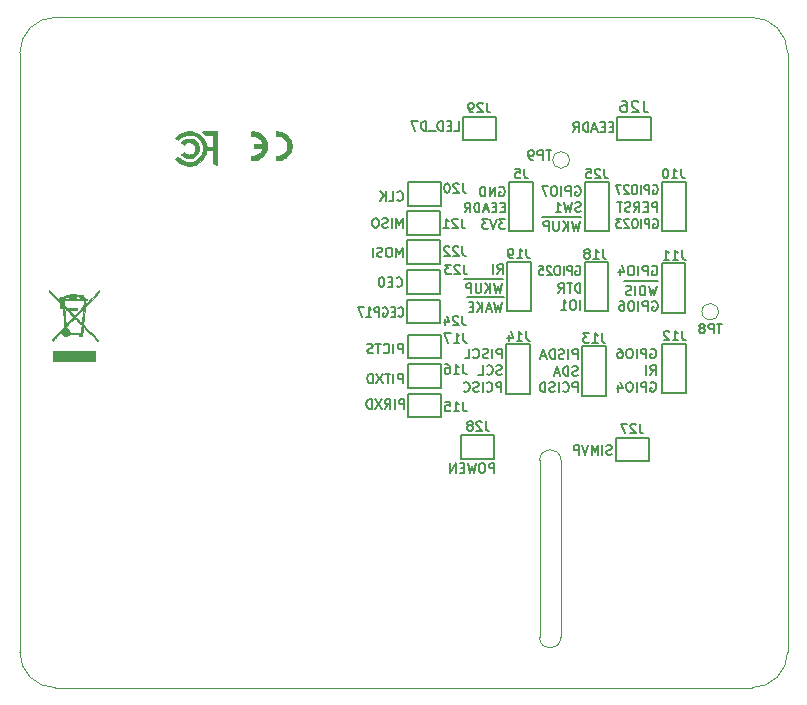
<source format=gbr>
G04 #@! TF.GenerationSoftware,KiCad,Pcbnew,(5.1.5)-3*
G04 #@! TF.CreationDate,2021-12-30T11:40:28+01:00*
G04 #@! TF.ProjectId,mPCIe_HAT,6d504349-655f-4484-9154-2e6b69636164,rev?*
G04 #@! TF.SameCoordinates,PX7094cd0PY79a4230*
G04 #@! TF.FileFunction,Legend,Bot*
G04 #@! TF.FilePolarity,Positive*
%FSLAX46Y46*%
G04 Gerber Fmt 4.6, Leading zero omitted, Abs format (unit mm)*
G04 Created by KiCad (PCBNEW (5.1.5)-3) date 2021-12-30 11:40:28*
%MOMM*%
%LPD*%
G04 APERTURE LIST*
%ADD10C,0.200000*%
%ADD11C,0.175000*%
%ADD12C,0.100000*%
%ADD13C,0.170000*%
%ADD14C,0.120000*%
%ADD15C,0.010000*%
%ADD16C,0.160000*%
G04 APERTURE END LIST*
D10*
X50251190Y47232143D02*
X49984523Y47232143D01*
X49870238Y46813096D02*
X50251190Y46813096D01*
X50251190Y47613096D01*
X49870238Y47613096D01*
X49527380Y47232143D02*
X49260714Y47232143D01*
X49146428Y46813096D02*
X49527380Y46813096D01*
X49527380Y47613096D01*
X49146428Y47613096D01*
X48841666Y47041667D02*
X48460714Y47041667D01*
X48917857Y46813096D02*
X48651190Y47613096D01*
X48384523Y46813096D01*
X48117857Y46813096D02*
X48117857Y47613096D01*
X47927380Y47613096D01*
X47813095Y47575000D01*
X47736904Y47498810D01*
X47698809Y47422620D01*
X47660714Y47270239D01*
X47660714Y47155953D01*
X47698809Y47003572D01*
X47736904Y46927381D01*
X47813095Y46851191D01*
X47927380Y46813096D01*
X48117857Y46813096D01*
X46860714Y46813096D02*
X47127380Y47194048D01*
X47317857Y46813096D02*
X47317857Y47613096D01*
X47013095Y47613096D01*
X46936904Y47575000D01*
X46898809Y47536905D01*
X46860714Y47460715D01*
X46860714Y47346429D01*
X46898809Y47270239D01*
X46936904Y47232143D01*
X47013095Y47194048D01*
X47317857Y47194048D01*
X36800000Y46913096D02*
X37180952Y46913096D01*
X37180952Y47713096D01*
X36533333Y47332143D02*
X36266666Y47332143D01*
X36152380Y46913096D02*
X36533333Y46913096D01*
X36533333Y47713096D01*
X36152380Y47713096D01*
X35809523Y46913096D02*
X35809523Y47713096D01*
X35619047Y47713096D01*
X35504761Y47675000D01*
X35428571Y47598810D01*
X35390476Y47522620D01*
X35352380Y47370239D01*
X35352380Y47255953D01*
X35390476Y47103572D01*
X35428571Y47027381D01*
X35504761Y46951191D01*
X35619047Y46913096D01*
X35809523Y46913096D01*
X35200000Y46836905D02*
X34590476Y46836905D01*
X34400000Y46913096D02*
X34400000Y47713096D01*
X34209523Y47713096D01*
X34095238Y47675000D01*
X34019047Y47598810D01*
X33980952Y47522620D01*
X33942857Y47370239D01*
X33942857Y47255953D01*
X33980952Y47103572D01*
X34019047Y47027381D01*
X34095238Y46951191D01*
X34209523Y46913096D01*
X34400000Y46913096D01*
X33676190Y47713096D02*
X33142857Y47713096D01*
X33485714Y46913096D01*
X50119047Y19501191D02*
X50004761Y19463096D01*
X49814285Y19463096D01*
X49738095Y19501191D01*
X49700000Y19539286D01*
X49661904Y19615477D01*
X49661904Y19691667D01*
X49700000Y19767858D01*
X49738095Y19805953D01*
X49814285Y19844048D01*
X49966666Y19882143D01*
X50042857Y19920239D01*
X50080952Y19958334D01*
X50119047Y20034524D01*
X50119047Y20110715D01*
X50080952Y20186905D01*
X50042857Y20225000D01*
X49966666Y20263096D01*
X49776190Y20263096D01*
X49661904Y20225000D01*
X49319047Y19463096D02*
X49319047Y20263096D01*
X48938095Y19463096D02*
X48938095Y20263096D01*
X48671428Y19691667D01*
X48404761Y20263096D01*
X48404761Y19463096D01*
X48138095Y20263096D02*
X47871428Y19463096D01*
X47604761Y20263096D01*
X47338095Y19463096D02*
X47338095Y20263096D01*
X47033333Y20263096D01*
X46957142Y20225000D01*
X46919047Y20186905D01*
X46880952Y20110715D01*
X46880952Y19996429D01*
X46919047Y19920239D01*
X46957142Y19882143D01*
X47033333Y19844048D01*
X47338095Y19844048D01*
X40166666Y17963096D02*
X40166666Y18763096D01*
X39861904Y18763096D01*
X39785714Y18725000D01*
X39747619Y18686905D01*
X39709523Y18610715D01*
X39709523Y18496429D01*
X39747619Y18420239D01*
X39785714Y18382143D01*
X39861904Y18344048D01*
X40166666Y18344048D01*
X39214285Y18763096D02*
X39061904Y18763096D01*
X38985714Y18725000D01*
X38909523Y18648810D01*
X38871428Y18496429D01*
X38871428Y18229762D01*
X38909523Y18077381D01*
X38985714Y18001191D01*
X39061904Y17963096D01*
X39214285Y17963096D01*
X39290476Y18001191D01*
X39366666Y18077381D01*
X39404761Y18229762D01*
X39404761Y18496429D01*
X39366666Y18648810D01*
X39290476Y18725000D01*
X39214285Y18763096D01*
X38604761Y18763096D02*
X38414285Y17963096D01*
X38261904Y18534524D01*
X38109523Y17963096D01*
X37919047Y18763096D01*
X37614285Y18382143D02*
X37347619Y18382143D01*
X37233333Y17963096D02*
X37614285Y17963096D01*
X37614285Y18763096D01*
X37233333Y18763096D01*
X36890476Y17963096D02*
X36890476Y18763096D01*
X36433333Y17963096D01*
X36433333Y18763096D01*
X32530952Y23363096D02*
X32530952Y24163096D01*
X32226190Y24163096D01*
X32150000Y24125000D01*
X32111904Y24086905D01*
X32073809Y24010715D01*
X32073809Y23896429D01*
X32111904Y23820239D01*
X32150000Y23782143D01*
X32226190Y23744048D01*
X32530952Y23744048D01*
X31730952Y23363096D02*
X31730952Y24163096D01*
X30892857Y23363096D02*
X31159523Y23744048D01*
X31350000Y23363096D02*
X31350000Y24163096D01*
X31045238Y24163096D01*
X30969047Y24125000D01*
X30930952Y24086905D01*
X30892857Y24010715D01*
X30892857Y23896429D01*
X30930952Y23820239D01*
X30969047Y23782143D01*
X31045238Y23744048D01*
X31350000Y23744048D01*
X30626190Y24163096D02*
X30092857Y23363096D01*
X30092857Y24163096D02*
X30626190Y23363096D01*
X29788095Y23363096D02*
X29788095Y24163096D01*
X29597619Y24163096D01*
X29483333Y24125000D01*
X29407142Y24048810D01*
X29369047Y23972620D01*
X29330952Y23820239D01*
X29330952Y23705953D01*
X29369047Y23553572D01*
X29407142Y23477381D01*
X29483333Y23401191D01*
X29597619Y23363096D01*
X29788095Y23363096D01*
X32435714Y25513096D02*
X32435714Y26313096D01*
X32130952Y26313096D01*
X32054761Y26275000D01*
X32016666Y26236905D01*
X31978571Y26160715D01*
X31978571Y26046429D01*
X32016666Y25970239D01*
X32054761Y25932143D01*
X32130952Y25894048D01*
X32435714Y25894048D01*
X31635714Y25513096D02*
X31635714Y26313096D01*
X31369047Y26313096D02*
X30911904Y26313096D01*
X31140476Y25513096D02*
X31140476Y26313096D01*
X30721428Y26313096D02*
X30188095Y25513096D01*
X30188095Y26313096D02*
X30721428Y25513096D01*
X29883333Y25513096D02*
X29883333Y26313096D01*
X29692857Y26313096D01*
X29578571Y26275000D01*
X29502380Y26198810D01*
X29464285Y26122620D01*
X29426190Y25970239D01*
X29426190Y25855953D01*
X29464285Y25703572D01*
X29502380Y25627381D01*
X29578571Y25551191D01*
X29692857Y25513096D01*
X29883333Y25513096D01*
X32435714Y28063096D02*
X32435714Y28863096D01*
X32130952Y28863096D01*
X32054761Y28825000D01*
X32016666Y28786905D01*
X31978571Y28710715D01*
X31978571Y28596429D01*
X32016666Y28520239D01*
X32054761Y28482143D01*
X32130952Y28444048D01*
X32435714Y28444048D01*
X31635714Y28063096D02*
X31635714Y28863096D01*
X30797619Y28139286D02*
X30835714Y28101191D01*
X30950000Y28063096D01*
X31026190Y28063096D01*
X31140476Y28101191D01*
X31216666Y28177381D01*
X31254761Y28253572D01*
X31292857Y28405953D01*
X31292857Y28520239D01*
X31254761Y28672620D01*
X31216666Y28748810D01*
X31140476Y28825000D01*
X31026190Y28863096D01*
X30950000Y28863096D01*
X30835714Y28825000D01*
X30797619Y28786905D01*
X30569047Y28863096D02*
X30111904Y28863096D01*
X30340476Y28063096D02*
X30340476Y28863096D01*
X29883333Y28101191D02*
X29769047Y28063096D01*
X29578571Y28063096D01*
X29502380Y28101191D01*
X29464285Y28139286D01*
X29426190Y28215477D01*
X29426190Y28291667D01*
X29464285Y28367858D01*
X29502380Y28405953D01*
X29578571Y28444048D01*
X29730952Y28482143D01*
X29807142Y28520239D01*
X29845238Y28558334D01*
X29883333Y28634524D01*
X29883333Y28710715D01*
X29845238Y28786905D01*
X29807142Y28825000D01*
X29730952Y28863096D01*
X29540476Y28863096D01*
X29426190Y28825000D01*
D11*
X32041666Y31239286D02*
X32075000Y31201191D01*
X32175000Y31163096D01*
X32241666Y31163096D01*
X32341666Y31201191D01*
X32408333Y31277381D01*
X32441666Y31353572D01*
X32475000Y31505953D01*
X32475000Y31620239D01*
X32441666Y31772620D01*
X32408333Y31848810D01*
X32341666Y31925000D01*
X32241666Y31963096D01*
X32175000Y31963096D01*
X32075000Y31925000D01*
X32041666Y31886905D01*
X31741666Y31582143D02*
X31508333Y31582143D01*
X31408333Y31163096D02*
X31741666Y31163096D01*
X31741666Y31963096D01*
X31408333Y31963096D01*
X30741666Y31925000D02*
X30808333Y31963096D01*
X30908333Y31963096D01*
X31008333Y31925000D01*
X31075000Y31848810D01*
X31108333Y31772620D01*
X31141666Y31620239D01*
X31141666Y31505953D01*
X31108333Y31353572D01*
X31075000Y31277381D01*
X31008333Y31201191D01*
X30908333Y31163096D01*
X30841666Y31163096D01*
X30741666Y31201191D01*
X30708333Y31239286D01*
X30708333Y31505953D01*
X30841666Y31505953D01*
X30408333Y31163096D02*
X30408333Y31963096D01*
X30141666Y31963096D01*
X30075000Y31925000D01*
X30041666Y31886905D01*
X30008333Y31810715D01*
X30008333Y31696429D01*
X30041666Y31620239D01*
X30075000Y31582143D01*
X30141666Y31544048D01*
X30408333Y31544048D01*
X29341666Y31163096D02*
X29741666Y31163096D01*
X29541666Y31163096D02*
X29541666Y31963096D01*
X29608333Y31848810D01*
X29675000Y31772620D01*
X29741666Y31734524D01*
X29108333Y31963096D02*
X28641666Y31963096D01*
X28941666Y31163096D01*
D10*
X31895238Y33764286D02*
X31933333Y33726191D01*
X32047619Y33688096D01*
X32123809Y33688096D01*
X32238095Y33726191D01*
X32314285Y33802381D01*
X32352380Y33878572D01*
X32390476Y34030953D01*
X32390476Y34145239D01*
X32352380Y34297620D01*
X32314285Y34373810D01*
X32238095Y34450000D01*
X32123809Y34488096D01*
X32047619Y34488096D01*
X31933333Y34450000D01*
X31895238Y34411905D01*
X31552380Y34107143D02*
X31285714Y34107143D01*
X31171428Y33688096D02*
X31552380Y33688096D01*
X31552380Y34488096D01*
X31171428Y34488096D01*
X30676190Y34488096D02*
X30600000Y34488096D01*
X30523809Y34450000D01*
X30485714Y34411905D01*
X30447619Y34335715D01*
X30409523Y34183334D01*
X30409523Y33992858D01*
X30447619Y33840477D01*
X30485714Y33764286D01*
X30523809Y33726191D01*
X30600000Y33688096D01*
X30676190Y33688096D01*
X30752380Y33726191D01*
X30790476Y33764286D01*
X30828571Y33840477D01*
X30866666Y33992858D01*
X30866666Y34183334D01*
X30828571Y34335715D01*
X30790476Y34411905D01*
X30752380Y34450000D01*
X30676190Y34488096D01*
X32407142Y36213096D02*
X32407142Y37013096D01*
X32140476Y36441667D01*
X31873809Y37013096D01*
X31873809Y36213096D01*
X31340476Y37013096D02*
X31188095Y37013096D01*
X31111904Y36975000D01*
X31035714Y36898810D01*
X30997619Y36746429D01*
X30997619Y36479762D01*
X31035714Y36327381D01*
X31111904Y36251191D01*
X31188095Y36213096D01*
X31340476Y36213096D01*
X31416666Y36251191D01*
X31492857Y36327381D01*
X31530952Y36479762D01*
X31530952Y36746429D01*
X31492857Y36898810D01*
X31416666Y36975000D01*
X31340476Y37013096D01*
X30692857Y36251191D02*
X30578571Y36213096D01*
X30388095Y36213096D01*
X30311904Y36251191D01*
X30273809Y36289286D01*
X30235714Y36365477D01*
X30235714Y36441667D01*
X30273809Y36517858D01*
X30311904Y36555953D01*
X30388095Y36594048D01*
X30540476Y36632143D01*
X30616666Y36670239D01*
X30654761Y36708334D01*
X30692857Y36784524D01*
X30692857Y36860715D01*
X30654761Y36936905D01*
X30616666Y36975000D01*
X30540476Y37013096D01*
X30350000Y37013096D01*
X30235714Y36975000D01*
X29892857Y36213096D02*
X29892857Y37013096D01*
X32407142Y38688096D02*
X32407142Y39488096D01*
X32140476Y38916667D01*
X31873809Y39488096D01*
X31873809Y38688096D01*
X31492857Y38688096D02*
X31492857Y39488096D01*
X31150000Y38726191D02*
X31035714Y38688096D01*
X30845238Y38688096D01*
X30769047Y38726191D01*
X30730952Y38764286D01*
X30692857Y38840477D01*
X30692857Y38916667D01*
X30730952Y38992858D01*
X30769047Y39030953D01*
X30845238Y39069048D01*
X30997619Y39107143D01*
X31073809Y39145239D01*
X31111904Y39183334D01*
X31150000Y39259524D01*
X31150000Y39335715D01*
X31111904Y39411905D01*
X31073809Y39450000D01*
X30997619Y39488096D01*
X30807142Y39488096D01*
X30692857Y39450000D01*
X30197619Y39488096D02*
X30045238Y39488096D01*
X29969047Y39450000D01*
X29892857Y39373810D01*
X29854761Y39221429D01*
X29854761Y38954762D01*
X29892857Y38802381D01*
X29969047Y38726191D01*
X30045238Y38688096D01*
X30197619Y38688096D01*
X30273809Y38726191D01*
X30350000Y38802381D01*
X30388095Y38954762D01*
X30388095Y39221429D01*
X30350000Y39373810D01*
X30273809Y39450000D01*
X30197619Y39488096D01*
X31976190Y41039286D02*
X32014285Y41001191D01*
X32128571Y40963096D01*
X32204761Y40963096D01*
X32319047Y41001191D01*
X32395238Y41077381D01*
X32433333Y41153572D01*
X32471428Y41305953D01*
X32471428Y41420239D01*
X32433333Y41572620D01*
X32395238Y41648810D01*
X32319047Y41725000D01*
X32204761Y41763096D01*
X32128571Y41763096D01*
X32014285Y41725000D01*
X31976190Y41686905D01*
X31252380Y40963096D02*
X31633333Y40963096D01*
X31633333Y41763096D01*
X30985714Y40963096D02*
X30985714Y41763096D01*
X30528571Y40963096D02*
X30871428Y41420239D01*
X30528571Y41763096D02*
X30985714Y41305953D01*
X41090476Y39388096D02*
X40595238Y39388096D01*
X40861904Y39083334D01*
X40747619Y39083334D01*
X40671428Y39045239D01*
X40633333Y39007143D01*
X40595238Y38930953D01*
X40595238Y38740477D01*
X40633333Y38664286D01*
X40671428Y38626191D01*
X40747619Y38588096D01*
X40976190Y38588096D01*
X41052380Y38626191D01*
X41090476Y38664286D01*
X40366666Y39388096D02*
X40100000Y38588096D01*
X39833333Y39388096D01*
X39642857Y39388096D02*
X39147619Y39388096D01*
X39414285Y39083334D01*
X39300000Y39083334D01*
X39223809Y39045239D01*
X39185714Y39007143D01*
X39147619Y38930953D01*
X39147619Y38740477D01*
X39185714Y38664286D01*
X39223809Y38626191D01*
X39300000Y38588096D01*
X39528571Y38588096D01*
X39604761Y38626191D01*
X39642857Y38664286D01*
X40609523Y42125000D02*
X40685714Y42163096D01*
X40800000Y42163096D01*
X40914285Y42125000D01*
X40990476Y42048810D01*
X41028571Y41972620D01*
X41066666Y41820239D01*
X41066666Y41705953D01*
X41028571Y41553572D01*
X40990476Y41477381D01*
X40914285Y41401191D01*
X40800000Y41363096D01*
X40723809Y41363096D01*
X40609523Y41401191D01*
X40571428Y41439286D01*
X40571428Y41705953D01*
X40723809Y41705953D01*
X40228571Y41363096D02*
X40228571Y42163096D01*
X39771428Y41363096D01*
X39771428Y42163096D01*
X39390476Y41363096D02*
X39390476Y42163096D01*
X39200000Y42163096D01*
X39085714Y42125000D01*
X39009523Y42048810D01*
X38971428Y41972620D01*
X38933333Y41820239D01*
X38933333Y41705953D01*
X38971428Y41553572D01*
X39009523Y41477381D01*
X39085714Y41401191D01*
X39200000Y41363096D01*
X39390476Y41363096D01*
X41051190Y40432143D02*
X40784523Y40432143D01*
X40670238Y40013096D02*
X41051190Y40013096D01*
X41051190Y40813096D01*
X40670238Y40813096D01*
X40327380Y40432143D02*
X40060714Y40432143D01*
X39946428Y40013096D02*
X40327380Y40013096D01*
X40327380Y40813096D01*
X39946428Y40813096D01*
X39641666Y40241667D02*
X39260714Y40241667D01*
X39717857Y40013096D02*
X39451190Y40813096D01*
X39184523Y40013096D01*
X38917857Y40013096D02*
X38917857Y40813096D01*
X38727380Y40813096D01*
X38613095Y40775000D01*
X38536904Y40698810D01*
X38498809Y40622620D01*
X38460714Y40470239D01*
X38460714Y40355953D01*
X38498809Y40203572D01*
X38536904Y40127381D01*
X38613095Y40051191D01*
X38727380Y40013096D01*
X38917857Y40013096D01*
X37660714Y40013096D02*
X37927380Y40394048D01*
X38117857Y40013096D02*
X38117857Y40813096D01*
X37813095Y40813096D01*
X37736904Y40775000D01*
X37698809Y40736905D01*
X37660714Y40660715D01*
X37660714Y40546429D01*
X37698809Y40470239D01*
X37736904Y40432143D01*
X37813095Y40394048D01*
X38117857Y40394048D01*
X40951190Y34386000D02*
X40036904Y34386000D01*
X40836904Y33988096D02*
X40646428Y33188096D01*
X40494047Y33759524D01*
X40341666Y33188096D01*
X40151190Y33988096D01*
X40036904Y34386000D02*
X39236904Y34386000D01*
X39846428Y33188096D02*
X39846428Y33988096D01*
X39389285Y33188096D02*
X39732142Y33645239D01*
X39389285Y33988096D02*
X39846428Y33530953D01*
X39236904Y34386000D02*
X38398809Y34386000D01*
X39046428Y33988096D02*
X39046428Y33340477D01*
X39008333Y33264286D01*
X38970238Y33226191D01*
X38894047Y33188096D01*
X38741666Y33188096D01*
X38665476Y33226191D01*
X38627380Y33264286D01*
X38589285Y33340477D01*
X38589285Y33988096D01*
X38398809Y34386000D02*
X37598809Y34386000D01*
X38208333Y33188096D02*
X38208333Y33988096D01*
X37903571Y33988096D01*
X37827380Y33950000D01*
X37789285Y33911905D01*
X37751190Y33835715D01*
X37751190Y33721429D01*
X37789285Y33645239D01*
X37827380Y33607143D01*
X37903571Y33569048D01*
X38208333Y33569048D01*
X40961904Y32786000D02*
X40047619Y32786000D01*
X40847619Y32388096D02*
X40657142Y31588096D01*
X40504761Y32159524D01*
X40352380Y31588096D01*
X40161904Y32388096D01*
X40047619Y32786000D02*
X39361904Y32786000D01*
X39895238Y31816667D02*
X39514285Y31816667D01*
X39971428Y31588096D02*
X39704761Y32388096D01*
X39438095Y31588096D01*
X39361904Y32786000D02*
X38561904Y32786000D01*
X39171428Y31588096D02*
X39171428Y32388096D01*
X38714285Y31588096D02*
X39057142Y32045239D01*
X38714285Y32388096D02*
X39171428Y31930953D01*
X38561904Y32786000D02*
X37838095Y32786000D01*
X38371428Y32007143D02*
X38104761Y32007143D01*
X37990476Y31588096D02*
X38371428Y31588096D01*
X38371428Y32388096D01*
X37990476Y32388096D01*
X40442857Y34788096D02*
X40709523Y35169048D01*
X40900000Y34788096D02*
X40900000Y35588096D01*
X40595238Y35588096D01*
X40519047Y35550000D01*
X40480952Y35511905D01*
X40442857Y35435715D01*
X40442857Y35321429D01*
X40480952Y35245239D01*
X40519047Y35207143D01*
X40595238Y35169048D01*
X40900000Y35169048D01*
X40100000Y34788096D02*
X40100000Y35588096D01*
X40792380Y26291191D02*
X40678095Y26253096D01*
X40487619Y26253096D01*
X40411428Y26291191D01*
X40373333Y26329286D01*
X40335238Y26405477D01*
X40335238Y26481667D01*
X40373333Y26557858D01*
X40411428Y26595953D01*
X40487619Y26634048D01*
X40640000Y26672143D01*
X40716190Y26710239D01*
X40754285Y26748334D01*
X40792380Y26824524D01*
X40792380Y26900715D01*
X40754285Y26976905D01*
X40716190Y27015000D01*
X40640000Y27053096D01*
X40449523Y27053096D01*
X40335238Y27015000D01*
X39535238Y26329286D02*
X39573333Y26291191D01*
X39687619Y26253096D01*
X39763809Y26253096D01*
X39878095Y26291191D01*
X39954285Y26367381D01*
X39992380Y26443572D01*
X40030476Y26595953D01*
X40030476Y26710239D01*
X39992380Y26862620D01*
X39954285Y26938810D01*
X39878095Y27015000D01*
X39763809Y27053096D01*
X39687619Y27053096D01*
X39573333Y27015000D01*
X39535238Y26976905D01*
X38811428Y26253096D02*
X39192380Y26253096D01*
X39192380Y27053096D01*
X40804761Y27643096D02*
X40804761Y28443096D01*
X40500000Y28443096D01*
X40423809Y28405000D01*
X40385714Y28366905D01*
X40347619Y28290715D01*
X40347619Y28176429D01*
X40385714Y28100239D01*
X40423809Y28062143D01*
X40500000Y28024048D01*
X40804761Y28024048D01*
X40004761Y27643096D02*
X40004761Y28443096D01*
X39661904Y27681191D02*
X39547619Y27643096D01*
X39357142Y27643096D01*
X39280952Y27681191D01*
X39242857Y27719286D01*
X39204761Y27795477D01*
X39204761Y27871667D01*
X39242857Y27947858D01*
X39280952Y27985953D01*
X39357142Y28024048D01*
X39509523Y28062143D01*
X39585714Y28100239D01*
X39623809Y28138334D01*
X39661904Y28214524D01*
X39661904Y28290715D01*
X39623809Y28366905D01*
X39585714Y28405000D01*
X39509523Y28443096D01*
X39319047Y28443096D01*
X39204761Y28405000D01*
X38404761Y27719286D02*
X38442857Y27681191D01*
X38557142Y27643096D01*
X38633333Y27643096D01*
X38747619Y27681191D01*
X38823809Y27757381D01*
X38861904Y27833572D01*
X38900000Y27985953D01*
X38900000Y28100239D01*
X38861904Y28252620D01*
X38823809Y28328810D01*
X38747619Y28405000D01*
X38633333Y28443096D01*
X38557142Y28443096D01*
X38442857Y28405000D01*
X38404761Y28366905D01*
X37680952Y27643096D02*
X38061904Y27643096D01*
X38061904Y28443096D01*
X40780952Y24803096D02*
X40780952Y25603096D01*
X40476190Y25603096D01*
X40400000Y25565000D01*
X40361904Y25526905D01*
X40323809Y25450715D01*
X40323809Y25336429D01*
X40361904Y25260239D01*
X40400000Y25222143D01*
X40476190Y25184048D01*
X40780952Y25184048D01*
X39523809Y24879286D02*
X39561904Y24841191D01*
X39676190Y24803096D01*
X39752380Y24803096D01*
X39866666Y24841191D01*
X39942857Y24917381D01*
X39980952Y24993572D01*
X40019047Y25145953D01*
X40019047Y25260239D01*
X39980952Y25412620D01*
X39942857Y25488810D01*
X39866666Y25565000D01*
X39752380Y25603096D01*
X39676190Y25603096D01*
X39561904Y25565000D01*
X39523809Y25526905D01*
X39180952Y24803096D02*
X39180952Y25603096D01*
X38838095Y24841191D02*
X38723809Y24803096D01*
X38533333Y24803096D01*
X38457142Y24841191D01*
X38419047Y24879286D01*
X38380952Y24955477D01*
X38380952Y25031667D01*
X38419047Y25107858D01*
X38457142Y25145953D01*
X38533333Y25184048D01*
X38685714Y25222143D01*
X38761904Y25260239D01*
X38800000Y25298334D01*
X38838095Y25374524D01*
X38838095Y25450715D01*
X38800000Y25526905D01*
X38761904Y25565000D01*
X38685714Y25603096D01*
X38495238Y25603096D01*
X38380952Y25565000D01*
X37580952Y24879286D02*
X37619047Y24841191D01*
X37733333Y24803096D01*
X37809523Y24803096D01*
X37923809Y24841191D01*
X38000000Y24917381D01*
X38038095Y24993572D01*
X38076190Y25145953D01*
X38076190Y25260239D01*
X38038095Y25412620D01*
X38000000Y25488810D01*
X37923809Y25565000D01*
X37809523Y25603096D01*
X37733333Y25603096D01*
X37619047Y25565000D01*
X37580952Y25526905D01*
X47230952Y24788096D02*
X47230952Y25588096D01*
X46926190Y25588096D01*
X46850000Y25550000D01*
X46811904Y25511905D01*
X46773809Y25435715D01*
X46773809Y25321429D01*
X46811904Y25245239D01*
X46850000Y25207143D01*
X46926190Y25169048D01*
X47230952Y25169048D01*
X45973809Y24864286D02*
X46011904Y24826191D01*
X46126190Y24788096D01*
X46202380Y24788096D01*
X46316666Y24826191D01*
X46392857Y24902381D01*
X46430952Y24978572D01*
X46469047Y25130953D01*
X46469047Y25245239D01*
X46430952Y25397620D01*
X46392857Y25473810D01*
X46316666Y25550000D01*
X46202380Y25588096D01*
X46126190Y25588096D01*
X46011904Y25550000D01*
X45973809Y25511905D01*
X45630952Y24788096D02*
X45630952Y25588096D01*
X45288095Y24826191D02*
X45173809Y24788096D01*
X44983333Y24788096D01*
X44907142Y24826191D01*
X44869047Y24864286D01*
X44830952Y24940477D01*
X44830952Y25016667D01*
X44869047Y25092858D01*
X44907142Y25130953D01*
X44983333Y25169048D01*
X45135714Y25207143D01*
X45211904Y25245239D01*
X45250000Y25283334D01*
X45288095Y25359524D01*
X45288095Y25435715D01*
X45250000Y25511905D01*
X45211904Y25550000D01*
X45135714Y25588096D01*
X44945238Y25588096D01*
X44830952Y25550000D01*
X44488095Y24788096D02*
X44488095Y25588096D01*
X44297619Y25588096D01*
X44183333Y25550000D01*
X44107142Y25473810D01*
X44069047Y25397620D01*
X44030952Y25245239D01*
X44030952Y25130953D01*
X44069047Y24978572D01*
X44107142Y24902381D01*
X44183333Y24826191D01*
X44297619Y24788096D01*
X44488095Y24788096D01*
X47221428Y26201191D02*
X47107142Y26163096D01*
X46916666Y26163096D01*
X46840476Y26201191D01*
X46802380Y26239286D01*
X46764285Y26315477D01*
X46764285Y26391667D01*
X46802380Y26467858D01*
X46840476Y26505953D01*
X46916666Y26544048D01*
X47069047Y26582143D01*
X47145238Y26620239D01*
X47183333Y26658334D01*
X47221428Y26734524D01*
X47221428Y26810715D01*
X47183333Y26886905D01*
X47145238Y26925000D01*
X47069047Y26963096D01*
X46878571Y26963096D01*
X46764285Y26925000D01*
X46421428Y26163096D02*
X46421428Y26963096D01*
X46230952Y26963096D01*
X46116666Y26925000D01*
X46040476Y26848810D01*
X46002380Y26772620D01*
X45964285Y26620239D01*
X45964285Y26505953D01*
X46002380Y26353572D01*
X46040476Y26277381D01*
X46116666Y26201191D01*
X46230952Y26163096D01*
X46421428Y26163096D01*
X45659523Y26391667D02*
X45278571Y26391667D01*
X45735714Y26163096D02*
X45469047Y26963096D01*
X45202380Y26163096D01*
X47223809Y27613096D02*
X47223809Y28413096D01*
X46919047Y28413096D01*
X46842857Y28375000D01*
X46804761Y28336905D01*
X46766666Y28260715D01*
X46766666Y28146429D01*
X46804761Y28070239D01*
X46842857Y28032143D01*
X46919047Y27994048D01*
X47223809Y27994048D01*
X46423809Y27613096D02*
X46423809Y28413096D01*
X46080952Y27651191D02*
X45966666Y27613096D01*
X45776190Y27613096D01*
X45700000Y27651191D01*
X45661904Y27689286D01*
X45623809Y27765477D01*
X45623809Y27841667D01*
X45661904Y27917858D01*
X45700000Y27955953D01*
X45776190Y27994048D01*
X45928571Y28032143D01*
X46004761Y28070239D01*
X46042857Y28108334D01*
X46080952Y28184524D01*
X46080952Y28260715D01*
X46042857Y28336905D01*
X46004761Y28375000D01*
X45928571Y28413096D01*
X45738095Y28413096D01*
X45623809Y28375000D01*
X45280952Y27613096D02*
X45280952Y28413096D01*
X45090476Y28413096D01*
X44976190Y28375000D01*
X44900000Y28298810D01*
X44861904Y28222620D01*
X44823809Y28070239D01*
X44823809Y27955953D01*
X44861904Y27803572D01*
X44900000Y27727381D01*
X44976190Y27651191D01*
X45090476Y27613096D01*
X45280952Y27613096D01*
X44519047Y27841667D02*
X44138095Y27841667D01*
X44595238Y27613096D02*
X44328571Y28413096D01*
X44061904Y27613096D01*
X54028571Y34161000D02*
X53114285Y34161000D01*
X53914285Y33763096D02*
X53723809Y32963096D01*
X53571428Y33534524D01*
X53419047Y32963096D01*
X53228571Y33763096D01*
X53114285Y34161000D02*
X52314285Y34161000D01*
X52923809Y32963096D02*
X52923809Y33763096D01*
X52733333Y33763096D01*
X52619047Y33725000D01*
X52542857Y33648810D01*
X52504761Y33572620D01*
X52466666Y33420239D01*
X52466666Y33305953D01*
X52504761Y33153572D01*
X52542857Y33077381D01*
X52619047Y33001191D01*
X52733333Y32963096D01*
X52923809Y32963096D01*
X52314285Y34161000D02*
X51933333Y34161000D01*
X52123809Y32963096D02*
X52123809Y33763096D01*
X51933333Y34161000D02*
X51171428Y34161000D01*
X51780952Y33001191D02*
X51666666Y32963096D01*
X51476190Y32963096D01*
X51400000Y33001191D01*
X51361904Y33039286D01*
X51323809Y33115477D01*
X51323809Y33191667D01*
X51361904Y33267858D01*
X51400000Y33305953D01*
X51476190Y33344048D01*
X51628571Y33382143D01*
X51704761Y33420239D01*
X51742857Y33458334D01*
X51780952Y33534524D01*
X51780952Y33610715D01*
X51742857Y33686905D01*
X51704761Y33725000D01*
X51628571Y33763096D01*
X51438095Y33763096D01*
X51323809Y33725000D01*
X53555952Y32425000D02*
X53632142Y32463096D01*
X53746428Y32463096D01*
X53860714Y32425000D01*
X53936904Y32348810D01*
X53975000Y32272620D01*
X54013095Y32120239D01*
X54013095Y32005953D01*
X53975000Y31853572D01*
X53936904Y31777381D01*
X53860714Y31701191D01*
X53746428Y31663096D01*
X53670238Y31663096D01*
X53555952Y31701191D01*
X53517857Y31739286D01*
X53517857Y32005953D01*
X53670238Y32005953D01*
X53175000Y31663096D02*
X53175000Y32463096D01*
X52870238Y32463096D01*
X52794047Y32425000D01*
X52755952Y32386905D01*
X52717857Y32310715D01*
X52717857Y32196429D01*
X52755952Y32120239D01*
X52794047Y32082143D01*
X52870238Y32044048D01*
X53175000Y32044048D01*
X52375000Y31663096D02*
X52375000Y32463096D01*
X51841666Y32463096D02*
X51689285Y32463096D01*
X51613095Y32425000D01*
X51536904Y32348810D01*
X51498809Y32196429D01*
X51498809Y31929762D01*
X51536904Y31777381D01*
X51613095Y31701191D01*
X51689285Y31663096D01*
X51841666Y31663096D01*
X51917857Y31701191D01*
X51994047Y31777381D01*
X52032142Y31929762D01*
X52032142Y32196429D01*
X51994047Y32348810D01*
X51917857Y32425000D01*
X51841666Y32463096D01*
X50813095Y32463096D02*
X50965476Y32463096D01*
X51041666Y32425000D01*
X51079761Y32386905D01*
X51155952Y32272620D01*
X51194047Y32120239D01*
X51194047Y31815477D01*
X51155952Y31739286D01*
X51117857Y31701191D01*
X51041666Y31663096D01*
X50889285Y31663096D01*
X50813095Y31701191D01*
X50775000Y31739286D01*
X50736904Y31815477D01*
X50736904Y32005953D01*
X50775000Y32082143D01*
X50813095Y32120239D01*
X50889285Y32158334D01*
X51041666Y32158334D01*
X51117857Y32120239D01*
X51155952Y32082143D01*
X51194047Y32005953D01*
X53530952Y35425000D02*
X53607142Y35463096D01*
X53721428Y35463096D01*
X53835714Y35425000D01*
X53911904Y35348810D01*
X53950000Y35272620D01*
X53988095Y35120239D01*
X53988095Y35005953D01*
X53950000Y34853572D01*
X53911904Y34777381D01*
X53835714Y34701191D01*
X53721428Y34663096D01*
X53645238Y34663096D01*
X53530952Y34701191D01*
X53492857Y34739286D01*
X53492857Y35005953D01*
X53645238Y35005953D01*
X53150000Y34663096D02*
X53150000Y35463096D01*
X52845238Y35463096D01*
X52769047Y35425000D01*
X52730952Y35386905D01*
X52692857Y35310715D01*
X52692857Y35196429D01*
X52730952Y35120239D01*
X52769047Y35082143D01*
X52845238Y35044048D01*
X53150000Y35044048D01*
X52350000Y34663096D02*
X52350000Y35463096D01*
X51816666Y35463096D02*
X51664285Y35463096D01*
X51588095Y35425000D01*
X51511904Y35348810D01*
X51473809Y35196429D01*
X51473809Y34929762D01*
X51511904Y34777381D01*
X51588095Y34701191D01*
X51664285Y34663096D01*
X51816666Y34663096D01*
X51892857Y34701191D01*
X51969047Y34777381D01*
X52007142Y34929762D01*
X52007142Y35196429D01*
X51969047Y35348810D01*
X51892857Y35425000D01*
X51816666Y35463096D01*
X50788095Y35196429D02*
X50788095Y34663096D01*
X50978571Y35501191D02*
X51169047Y34929762D01*
X50673809Y34929762D01*
X47491666Y40076191D02*
X47377380Y40038096D01*
X47186904Y40038096D01*
X47110714Y40076191D01*
X47072619Y40114286D01*
X47034523Y40190477D01*
X47034523Y40266667D01*
X47072619Y40342858D01*
X47110714Y40380953D01*
X47186904Y40419048D01*
X47339285Y40457143D01*
X47415476Y40495239D01*
X47453571Y40533334D01*
X47491666Y40609524D01*
X47491666Y40685715D01*
X47453571Y40761905D01*
X47415476Y40800000D01*
X47339285Y40838096D01*
X47148809Y40838096D01*
X47034523Y40800000D01*
X46767857Y40838096D02*
X46577380Y40038096D01*
X46425000Y40609524D01*
X46272619Y40038096D01*
X46082142Y40838096D01*
X45358333Y40038096D02*
X45815476Y40038096D01*
X45586904Y40038096D02*
X45586904Y40838096D01*
X45663095Y40723810D01*
X45739285Y40647620D01*
X45815476Y40609524D01*
X47030952Y42150000D02*
X47107142Y42188096D01*
X47221428Y42188096D01*
X47335714Y42150000D01*
X47411904Y42073810D01*
X47450000Y41997620D01*
X47488095Y41845239D01*
X47488095Y41730953D01*
X47450000Y41578572D01*
X47411904Y41502381D01*
X47335714Y41426191D01*
X47221428Y41388096D01*
X47145238Y41388096D01*
X47030952Y41426191D01*
X46992857Y41464286D01*
X46992857Y41730953D01*
X47145238Y41730953D01*
X46650000Y41388096D02*
X46650000Y42188096D01*
X46345238Y42188096D01*
X46269047Y42150000D01*
X46230952Y42111905D01*
X46192857Y42035715D01*
X46192857Y41921429D01*
X46230952Y41845239D01*
X46269047Y41807143D01*
X46345238Y41769048D01*
X46650000Y41769048D01*
X45850000Y41388096D02*
X45850000Y42188096D01*
X45316666Y42188096D02*
X45164285Y42188096D01*
X45088095Y42150000D01*
X45011904Y42073810D01*
X44973809Y41921429D01*
X44973809Y41654762D01*
X45011904Y41502381D01*
X45088095Y41426191D01*
X45164285Y41388096D01*
X45316666Y41388096D01*
X45392857Y41426191D01*
X45469047Y41502381D01*
X45507142Y41654762D01*
X45507142Y41921429D01*
X45469047Y42073810D01*
X45392857Y42150000D01*
X45316666Y42188096D01*
X44707142Y42188096D02*
X44173809Y42188096D01*
X44516666Y41388096D01*
X47526190Y39636000D02*
X46611904Y39636000D01*
X47411904Y39238096D02*
X47221428Y38438096D01*
X47069047Y39009524D01*
X46916666Y38438096D01*
X46726190Y39238096D01*
X46611904Y39636000D02*
X45811904Y39636000D01*
X46421428Y38438096D02*
X46421428Y39238096D01*
X45964285Y38438096D02*
X46307142Y38895239D01*
X45964285Y39238096D02*
X46421428Y38780953D01*
X45811904Y39636000D02*
X44973809Y39636000D01*
X45621428Y39238096D02*
X45621428Y38590477D01*
X45583333Y38514286D01*
X45545238Y38476191D01*
X45469047Y38438096D01*
X45316666Y38438096D01*
X45240476Y38476191D01*
X45202380Y38514286D01*
X45164285Y38590477D01*
X45164285Y39238096D01*
X44973809Y39636000D02*
X44173809Y39636000D01*
X44783333Y38438096D02*
X44783333Y39238096D01*
X44478571Y39238096D01*
X44402380Y39200000D01*
X44364285Y39161905D01*
X44326190Y39085715D01*
X44326190Y38971429D01*
X44364285Y38895239D01*
X44402380Y38857143D01*
X44478571Y38819048D01*
X44783333Y38819048D01*
D11*
X53641666Y39425000D02*
X53708333Y39463096D01*
X53808333Y39463096D01*
X53908333Y39425000D01*
X53975000Y39348810D01*
X54008333Y39272620D01*
X54041666Y39120239D01*
X54041666Y39005953D01*
X54008333Y38853572D01*
X53975000Y38777381D01*
X53908333Y38701191D01*
X53808333Y38663096D01*
X53741666Y38663096D01*
X53641666Y38701191D01*
X53608333Y38739286D01*
X53608333Y39005953D01*
X53741666Y39005953D01*
X53308333Y38663096D02*
X53308333Y39463096D01*
X53041666Y39463096D01*
X52975000Y39425000D01*
X52941666Y39386905D01*
X52908333Y39310715D01*
X52908333Y39196429D01*
X52941666Y39120239D01*
X52975000Y39082143D01*
X53041666Y39044048D01*
X53308333Y39044048D01*
X52608333Y38663096D02*
X52608333Y39463096D01*
X52141666Y39463096D02*
X52008333Y39463096D01*
X51941666Y39425000D01*
X51875000Y39348810D01*
X51841666Y39196429D01*
X51841666Y38929762D01*
X51875000Y38777381D01*
X51941666Y38701191D01*
X52008333Y38663096D01*
X52141666Y38663096D01*
X52208333Y38701191D01*
X52275000Y38777381D01*
X52308333Y38929762D01*
X52308333Y39196429D01*
X52275000Y39348810D01*
X52208333Y39425000D01*
X52141666Y39463096D01*
X51575000Y39386905D02*
X51541666Y39425000D01*
X51475000Y39463096D01*
X51308333Y39463096D01*
X51241666Y39425000D01*
X51208333Y39386905D01*
X51175000Y39310715D01*
X51175000Y39234524D01*
X51208333Y39120239D01*
X51608333Y38663096D01*
X51175000Y38663096D01*
X50941666Y39463096D02*
X50508333Y39463096D01*
X50741666Y39158334D01*
X50641666Y39158334D01*
X50575000Y39120239D01*
X50541666Y39082143D01*
X50508333Y39005953D01*
X50508333Y38815477D01*
X50541666Y38739286D01*
X50575000Y38701191D01*
X50641666Y38663096D01*
X50841666Y38663096D01*
X50908333Y38701191D01*
X50941666Y38739286D01*
X53616666Y42275000D02*
X53683333Y42313096D01*
X53783333Y42313096D01*
X53883333Y42275000D01*
X53950000Y42198810D01*
X53983333Y42122620D01*
X54016666Y41970239D01*
X54016666Y41855953D01*
X53983333Y41703572D01*
X53950000Y41627381D01*
X53883333Y41551191D01*
X53783333Y41513096D01*
X53716666Y41513096D01*
X53616666Y41551191D01*
X53583333Y41589286D01*
X53583333Y41855953D01*
X53716666Y41855953D01*
X53283333Y41513096D02*
X53283333Y42313096D01*
X53016666Y42313096D01*
X52950000Y42275000D01*
X52916666Y42236905D01*
X52883333Y42160715D01*
X52883333Y42046429D01*
X52916666Y41970239D01*
X52950000Y41932143D01*
X53016666Y41894048D01*
X53283333Y41894048D01*
X52583333Y41513096D02*
X52583333Y42313096D01*
X52116666Y42313096D02*
X51983333Y42313096D01*
X51916666Y42275000D01*
X51850000Y42198810D01*
X51816666Y42046429D01*
X51816666Y41779762D01*
X51850000Y41627381D01*
X51916666Y41551191D01*
X51983333Y41513096D01*
X52116666Y41513096D01*
X52183333Y41551191D01*
X52250000Y41627381D01*
X52283333Y41779762D01*
X52283333Y42046429D01*
X52250000Y42198810D01*
X52183333Y42275000D01*
X52116666Y42313096D01*
X51550000Y42236905D02*
X51516666Y42275000D01*
X51450000Y42313096D01*
X51283333Y42313096D01*
X51216666Y42275000D01*
X51183333Y42236905D01*
X51150000Y42160715D01*
X51150000Y42084524D01*
X51183333Y41970239D01*
X51583333Y41513096D01*
X51150000Y41513096D01*
X50916666Y42313096D02*
X50450000Y42313096D01*
X50750000Y41513096D01*
D10*
X53982142Y40038096D02*
X53982142Y40838096D01*
X53677380Y40838096D01*
X53601190Y40800000D01*
X53563095Y40761905D01*
X53525000Y40685715D01*
X53525000Y40571429D01*
X53563095Y40495239D01*
X53601190Y40457143D01*
X53677380Y40419048D01*
X53982142Y40419048D01*
X53182142Y40457143D02*
X52915476Y40457143D01*
X52801190Y40038096D02*
X53182142Y40038096D01*
X53182142Y40838096D01*
X52801190Y40838096D01*
X52001190Y40038096D02*
X52267857Y40419048D01*
X52458333Y40038096D02*
X52458333Y40838096D01*
X52153571Y40838096D01*
X52077380Y40800000D01*
X52039285Y40761905D01*
X52001190Y40685715D01*
X52001190Y40571429D01*
X52039285Y40495239D01*
X52077380Y40457143D01*
X52153571Y40419048D01*
X52458333Y40419048D01*
X51696428Y40076191D02*
X51582142Y40038096D01*
X51391666Y40038096D01*
X51315476Y40076191D01*
X51277380Y40114286D01*
X51239285Y40190477D01*
X51239285Y40266667D01*
X51277380Y40342858D01*
X51315476Y40380953D01*
X51391666Y40419048D01*
X51544047Y40457143D01*
X51620238Y40495239D01*
X51658333Y40533334D01*
X51696428Y40609524D01*
X51696428Y40685715D01*
X51658333Y40761905D01*
X51620238Y40800000D01*
X51544047Y40838096D01*
X51353571Y40838096D01*
X51239285Y40800000D01*
X51010714Y40838096D02*
X50553571Y40838096D01*
X50782142Y40038096D02*
X50782142Y40838096D01*
X47450000Y31763096D02*
X47450000Y32563096D01*
X46916666Y32563096D02*
X46764285Y32563096D01*
X46688095Y32525000D01*
X46611904Y32448810D01*
X46573809Y32296429D01*
X46573809Y32029762D01*
X46611904Y31877381D01*
X46688095Y31801191D01*
X46764285Y31763096D01*
X46916666Y31763096D01*
X46992857Y31801191D01*
X47069047Y31877381D01*
X47107142Y32029762D01*
X47107142Y32296429D01*
X47069047Y32448810D01*
X46992857Y32525000D01*
X46916666Y32563096D01*
X45811904Y31763096D02*
X46269047Y31763096D01*
X46040476Y31763096D02*
X46040476Y32563096D01*
X46116666Y32448810D01*
X46192857Y32372620D01*
X46269047Y32334524D01*
X47464285Y33188096D02*
X47464285Y33988096D01*
X47273809Y33988096D01*
X47159523Y33950000D01*
X47083333Y33873810D01*
X47045238Y33797620D01*
X47007142Y33645239D01*
X47007142Y33530953D01*
X47045238Y33378572D01*
X47083333Y33302381D01*
X47159523Y33226191D01*
X47273809Y33188096D01*
X47464285Y33188096D01*
X46778571Y33988096D02*
X46321428Y33988096D01*
X46550000Y33188096D02*
X46550000Y33988096D01*
X45597619Y33188096D02*
X45864285Y33569048D01*
X46054761Y33188096D02*
X46054761Y33988096D01*
X45750000Y33988096D01*
X45673809Y33950000D01*
X45635714Y33911905D01*
X45597619Y33835715D01*
X45597619Y33721429D01*
X45635714Y33645239D01*
X45673809Y33607143D01*
X45750000Y33569048D01*
X46054761Y33569048D01*
D11*
X47066666Y35425000D02*
X47133333Y35463096D01*
X47233333Y35463096D01*
X47333333Y35425000D01*
X47400000Y35348810D01*
X47433333Y35272620D01*
X47466666Y35120239D01*
X47466666Y35005953D01*
X47433333Y34853572D01*
X47400000Y34777381D01*
X47333333Y34701191D01*
X47233333Y34663096D01*
X47166666Y34663096D01*
X47066666Y34701191D01*
X47033333Y34739286D01*
X47033333Y35005953D01*
X47166666Y35005953D01*
X46733333Y34663096D02*
X46733333Y35463096D01*
X46466666Y35463096D01*
X46400000Y35425000D01*
X46366666Y35386905D01*
X46333333Y35310715D01*
X46333333Y35196429D01*
X46366666Y35120239D01*
X46400000Y35082143D01*
X46466666Y35044048D01*
X46733333Y35044048D01*
X46033333Y34663096D02*
X46033333Y35463096D01*
X45566666Y35463096D02*
X45433333Y35463096D01*
X45366666Y35425000D01*
X45300000Y35348810D01*
X45266666Y35196429D01*
X45266666Y34929762D01*
X45300000Y34777381D01*
X45366666Y34701191D01*
X45433333Y34663096D01*
X45566666Y34663096D01*
X45633333Y34701191D01*
X45700000Y34777381D01*
X45733333Y34929762D01*
X45733333Y35196429D01*
X45700000Y35348810D01*
X45633333Y35425000D01*
X45566666Y35463096D01*
X45000000Y35386905D02*
X44966666Y35425000D01*
X44900000Y35463096D01*
X44733333Y35463096D01*
X44666666Y35425000D01*
X44633333Y35386905D01*
X44600000Y35310715D01*
X44600000Y35234524D01*
X44633333Y35120239D01*
X45033333Y34663096D01*
X44600000Y34663096D01*
X43966666Y35463096D02*
X44300000Y35463096D01*
X44333333Y35082143D01*
X44300000Y35120239D01*
X44233333Y35158334D01*
X44066666Y35158334D01*
X44000000Y35120239D01*
X43966666Y35082143D01*
X43933333Y35005953D01*
X43933333Y34815477D01*
X43966666Y34739286D01*
X44000000Y34701191D01*
X44066666Y34663096D01*
X44233333Y34663096D01*
X44300000Y34701191D01*
X44333333Y34739286D01*
D10*
X53405952Y25575000D02*
X53482142Y25613096D01*
X53596428Y25613096D01*
X53710714Y25575000D01*
X53786904Y25498810D01*
X53825000Y25422620D01*
X53863095Y25270239D01*
X53863095Y25155953D01*
X53825000Y25003572D01*
X53786904Y24927381D01*
X53710714Y24851191D01*
X53596428Y24813096D01*
X53520238Y24813096D01*
X53405952Y24851191D01*
X53367857Y24889286D01*
X53367857Y25155953D01*
X53520238Y25155953D01*
X53025000Y24813096D02*
X53025000Y25613096D01*
X52720238Y25613096D01*
X52644047Y25575000D01*
X52605952Y25536905D01*
X52567857Y25460715D01*
X52567857Y25346429D01*
X52605952Y25270239D01*
X52644047Y25232143D01*
X52720238Y25194048D01*
X53025000Y25194048D01*
X52225000Y24813096D02*
X52225000Y25613096D01*
X51691666Y25613096D02*
X51539285Y25613096D01*
X51463095Y25575000D01*
X51386904Y25498810D01*
X51348809Y25346429D01*
X51348809Y25079762D01*
X51386904Y24927381D01*
X51463095Y24851191D01*
X51539285Y24813096D01*
X51691666Y24813096D01*
X51767857Y24851191D01*
X51844047Y24927381D01*
X51882142Y25079762D01*
X51882142Y25346429D01*
X51844047Y25498810D01*
X51767857Y25575000D01*
X51691666Y25613096D01*
X50663095Y25346429D02*
X50663095Y24813096D01*
X50853571Y25651191D02*
X51044047Y25079762D01*
X50548809Y25079762D01*
X53392857Y26238096D02*
X53659523Y26619048D01*
X53850000Y26238096D02*
X53850000Y27038096D01*
X53545238Y27038096D01*
X53469047Y27000000D01*
X53430952Y26961905D01*
X53392857Y26885715D01*
X53392857Y26771429D01*
X53430952Y26695239D01*
X53469047Y26657143D01*
X53545238Y26619048D01*
X53850000Y26619048D01*
X53050000Y26238096D02*
X53050000Y27038096D01*
X53405952Y28400000D02*
X53482142Y28438096D01*
X53596428Y28438096D01*
X53710714Y28400000D01*
X53786904Y28323810D01*
X53825000Y28247620D01*
X53863095Y28095239D01*
X53863095Y27980953D01*
X53825000Y27828572D01*
X53786904Y27752381D01*
X53710714Y27676191D01*
X53596428Y27638096D01*
X53520238Y27638096D01*
X53405952Y27676191D01*
X53367857Y27714286D01*
X53367857Y27980953D01*
X53520238Y27980953D01*
X53025000Y27638096D02*
X53025000Y28438096D01*
X52720238Y28438096D01*
X52644047Y28400000D01*
X52605952Y28361905D01*
X52567857Y28285715D01*
X52567857Y28171429D01*
X52605952Y28095239D01*
X52644047Y28057143D01*
X52720238Y28019048D01*
X53025000Y28019048D01*
X52225000Y27638096D02*
X52225000Y28438096D01*
X51691666Y28438096D02*
X51539285Y28438096D01*
X51463095Y28400000D01*
X51386904Y28323810D01*
X51348809Y28171429D01*
X51348809Y27904762D01*
X51386904Y27752381D01*
X51463095Y27676191D01*
X51539285Y27638096D01*
X51691666Y27638096D01*
X51767857Y27676191D01*
X51844047Y27752381D01*
X51882142Y27904762D01*
X51882142Y28171429D01*
X51844047Y28323810D01*
X51767857Y28400000D01*
X51691666Y28438096D01*
X50663095Y28438096D02*
X50815476Y28438096D01*
X50891666Y28400000D01*
X50929761Y28361905D01*
X51005952Y28247620D01*
X51044047Y28095239D01*
X51044047Y27790477D01*
X51005952Y27714286D01*
X50967857Y27676191D01*
X50891666Y27638096D01*
X50739285Y27638096D01*
X50663095Y27676191D01*
X50625000Y27714286D01*
X50586904Y27790477D01*
X50586904Y27980953D01*
X50625000Y28057143D01*
X50663095Y28095239D01*
X50739285Y28133334D01*
X50891666Y28133334D01*
X50967857Y28095239D01*
X51005952Y28057143D01*
X51044047Y27980953D01*
D12*
X3000000Y-250000D02*
X62000000Y-250000D01*
X0Y53500000D02*
X0Y2750000D01*
X65000000Y53500000D02*
G75*
G03X62000000Y56500000I-3000000J0D01*
G01*
X0Y2750000D02*
G75*
G03X3000000Y-250000I3000000J0D01*
G01*
X45800000Y19000000D02*
G75*
G03X44000000Y19000000I-900000J0D01*
G01*
X45800000Y19000000D02*
X45800000Y4000000D01*
X3000000Y56500000D02*
G75*
G03X0Y53500000I0J-3000000D01*
G01*
X65000000Y53500000D02*
X65000000Y2750000D01*
X44000000Y19000000D02*
X44000000Y4000000D01*
X3000000Y56500000D02*
X62000000Y56500000D01*
X45800000Y4000000D02*
G75*
G02X44000000Y4000000I-900000J0D01*
G01*
X62000000Y-250000D02*
G75*
G03X65000000Y2750000I0J3000000D01*
G01*
D13*
X56400000Y42600000D02*
X54400000Y42600000D01*
X56400000Y38400000D02*
X56400000Y42600000D01*
X54400000Y38400000D02*
X56400000Y38400000D01*
X54400000Y42600000D02*
X54400000Y38400000D01*
X40350000Y46075000D02*
X40350000Y48075000D01*
X37550000Y46075000D02*
X40350000Y46075000D01*
X37550000Y48075000D02*
X37550000Y46075000D01*
X40350000Y48075000D02*
X37550000Y48075000D01*
X40150000Y21125000D02*
X37350000Y21125000D01*
X37350000Y21125000D02*
X37350000Y19125000D01*
X37350000Y19125000D02*
X40150000Y19125000D01*
X40150000Y19125000D02*
X40150000Y21125000D01*
X35700000Y22625000D02*
X35700000Y24625000D01*
X32900000Y22625000D02*
X35700000Y22625000D01*
X32900000Y24625000D02*
X32900000Y22625000D01*
X35700000Y24625000D02*
X32900000Y24625000D01*
X35650000Y25125000D02*
X35650000Y27125000D01*
X32850000Y25125000D02*
X35650000Y25125000D01*
X32850000Y27125000D02*
X32850000Y25125000D01*
X35650000Y27125000D02*
X32850000Y27125000D01*
X32850000Y29625000D02*
X32850000Y27625000D01*
X35650000Y29625000D02*
X32850000Y29625000D01*
X35650000Y27625000D02*
X35650000Y29625000D01*
X32850000Y27625000D02*
X35650000Y27625000D01*
X56400000Y28875000D02*
X54400000Y28875000D01*
X56400000Y24675000D02*
X56400000Y28875000D01*
X54400000Y24675000D02*
X56400000Y24675000D01*
X54400000Y28875000D02*
X54400000Y24675000D01*
X49600000Y28675000D02*
X47600000Y28675000D01*
X49600000Y24475000D02*
X49600000Y28675000D01*
X47600000Y24475000D02*
X49600000Y24475000D01*
X47600000Y28675000D02*
X47600000Y24475000D01*
X43200000Y28825000D02*
X41200000Y28825000D01*
X43200000Y24625000D02*
X43200000Y28825000D01*
X41200000Y24625000D02*
X43200000Y24625000D01*
X41200000Y28825000D02*
X41200000Y24625000D01*
X56350000Y35700000D02*
X54350000Y35700000D01*
X56350000Y31500000D02*
X56350000Y35700000D01*
X54350000Y31500000D02*
X56350000Y31500000D01*
X54350000Y35700000D02*
X54350000Y31500000D01*
X49825000Y35800000D02*
X47825000Y35800000D01*
X49825000Y31600000D02*
X49825000Y35800000D01*
X47825000Y31600000D02*
X49825000Y31600000D01*
X47825000Y35800000D02*
X47825000Y31600000D01*
X43425000Y42600000D02*
X41425000Y42600000D01*
X43425000Y38400000D02*
X43425000Y42600000D01*
X41425000Y38400000D02*
X43425000Y38400000D01*
X41425000Y42600000D02*
X41425000Y38400000D01*
X43250000Y35825000D02*
X41250000Y35825000D01*
X43250000Y31625000D02*
X43250000Y35825000D01*
X41250000Y31625000D02*
X43250000Y31625000D01*
X41250000Y35825000D02*
X41250000Y31625000D01*
X49850000Y42600000D02*
X47850000Y42600000D01*
X49850000Y38400000D02*
X49850000Y42600000D01*
X47850000Y38400000D02*
X49850000Y38400000D01*
X47850000Y42600000D02*
X47850000Y38400000D01*
X32850000Y42525000D02*
X32850000Y40525000D01*
X35650000Y42525000D02*
X32850000Y42525000D01*
X35650000Y40525000D02*
X35650000Y42525000D01*
X32850000Y40525000D02*
X35650000Y40525000D01*
X32800000Y40075000D02*
X32800000Y38075000D01*
X35600000Y40075000D02*
X32800000Y40075000D01*
X35600000Y38075000D02*
X35600000Y40075000D01*
X32800000Y38075000D02*
X35600000Y38075000D01*
X32775000Y37625000D02*
X32775000Y35625000D01*
X35575000Y37625000D02*
X32775000Y37625000D01*
X35575000Y35625000D02*
X35575000Y37625000D01*
X32775000Y35625000D02*
X35575000Y35625000D01*
X32775000Y35100000D02*
X32775000Y33100000D01*
X35575000Y35100000D02*
X32775000Y35100000D01*
X35575000Y33100000D02*
X35575000Y35100000D01*
X32775000Y33100000D02*
X35575000Y33100000D01*
X35600000Y30600000D02*
X35600000Y32600000D01*
X32800000Y30600000D02*
X35600000Y30600000D01*
X32800000Y32600000D02*
X32800000Y30600000D01*
X35600000Y32600000D02*
X32800000Y32600000D01*
X50500000Y20925000D02*
X50500000Y18925000D01*
X53300000Y20925000D02*
X50500000Y20925000D01*
X53300000Y18925000D02*
X53300000Y20925000D01*
X50500000Y18925000D02*
X53300000Y18925000D01*
D14*
X59150000Y31575000D02*
G75*
G03X59150000Y31575000I-700000J0D01*
G01*
X46525000Y44425000D02*
G75*
G03X46525000Y44425000I-700000J0D01*
G01*
D15*
G36*
X2455570Y33350152D02*
G01*
X2456189Y33263069D01*
X2907914Y32804109D01*
X3359639Y32345148D01*
X3359968Y32134529D01*
X3360297Y31923911D01*
X3635390Y31923911D01*
X3642478Y31870470D01*
X3645162Y31846112D01*
X3649687Y31800241D01*
X3655809Y31735595D01*
X3663288Y31654909D01*
X3671881Y31560919D01*
X3681346Y31456363D01*
X3691442Y31343975D01*
X3701926Y31226493D01*
X3712556Y31106652D01*
X3723091Y30987189D01*
X3733287Y30870841D01*
X3742905Y30760343D01*
X3751700Y30658431D01*
X3759432Y30567842D01*
X3765858Y30491313D01*
X3770737Y30431579D01*
X3773825Y30391376D01*
X3774883Y30373441D01*
X3774882Y30373356D01*
X3767173Y30358965D01*
X3744019Y30329252D01*
X3705105Y30283869D01*
X3650116Y30222471D01*
X3578736Y30144712D01*
X3490651Y30050246D01*
X3385546Y29938728D01*
X3263105Y29809812D01*
X3228690Y29773713D01*
X2682863Y29201584D01*
X2771119Y29113564D01*
X2842515Y29191242D01*
X2868634Y29219314D01*
X2909434Y29262726D01*
X2962223Y29318634D01*
X3024309Y29384192D01*
X3093000Y29456559D01*
X3165604Y29532888D01*
X3209040Y29578476D01*
X3290584Y29663881D01*
X3356496Y29732290D01*
X3408456Y29784947D01*
X3448145Y29823095D01*
X3477243Y29847980D01*
X3497431Y29860844D01*
X3510390Y29862932D01*
X3517800Y29855487D01*
X3521342Y29839754D01*
X3522697Y29816977D01*
X3522879Y29810761D01*
X3532297Y29767939D01*
X3555503Y29716181D01*
X3587864Y29663672D01*
X3624748Y29618597D01*
X3639507Y29604672D01*
X3715233Y29555953D01*
X3803692Y29528694D01*
X3881900Y29522227D01*
X3970532Y29534424D01*
X4052388Y29570187D01*
X4124836Y29628278D01*
X4138203Y29642738D01*
X4187082Y29698267D01*
X5032674Y29698267D01*
X5032674Y29522227D01*
X5259010Y29522227D01*
X5259010Y29604469D01*
X5261850Y29660614D01*
X5271393Y29699584D01*
X5282991Y29720781D01*
X5291277Y29735948D01*
X5298373Y29757938D01*
X5304748Y29790013D01*
X5310872Y29835431D01*
X5317216Y29897452D01*
X5324250Y29979338D01*
X5329066Y30040254D01*
X5351161Y30325657D01*
X5893565Y29776195D01*
X5991637Y29676772D01*
X6085784Y29581185D01*
X6174285Y29491190D01*
X6255420Y29408543D01*
X6327469Y29334999D01*
X6388712Y29272316D01*
X6437427Y29222248D01*
X6471896Y29186552D01*
X6490379Y29167005D01*
X6520743Y29136056D01*
X6546071Y29114470D01*
X6559695Y29107277D01*
X6577095Y29115703D01*
X6602460Y29136755D01*
X6611058Y29145329D01*
X6647514Y29183380D01*
X6446802Y29387342D01*
X6395596Y29439301D01*
X6329569Y29506180D01*
X6251618Y29585050D01*
X6164638Y29672986D01*
X6071526Y29767059D01*
X5975179Y29864342D01*
X5878492Y29961907D01*
X5809134Y30031855D01*
X5703703Y30138450D01*
X5615129Y30228693D01*
X5542281Y30303808D01*
X5484023Y30365014D01*
X5439225Y30413534D01*
X5417021Y30438871D01*
X5238724Y30438871D01*
X5216401Y30153445D01*
X5209669Y30069781D01*
X5203157Y29993273D01*
X5197234Y29927919D01*
X5192268Y29877719D01*
X5188629Y29846671D01*
X5187458Y29839727D01*
X5180838Y29811435D01*
X4231364Y29811435D01*
X4225026Y29890394D01*
X4205890Y29983685D01*
X4165846Y30066209D01*
X4107418Y30134962D01*
X4033129Y30186937D01*
X3949748Y30218137D01*
X3922698Y30232772D01*
X3909156Y30264181D01*
X3908872Y30265566D01*
X3907247Y30278826D01*
X3909256Y30292405D01*
X3916858Y30308819D01*
X3932016Y30330589D01*
X3956688Y30360233D01*
X3992836Y30400268D01*
X4042420Y30453215D01*
X4107401Y30521591D01*
X4111599Y30525995D01*
X4181493Y30599389D01*
X4255800Y30677563D01*
X4329414Y30755136D01*
X4397229Y30826725D01*
X4454140Y30886949D01*
X4466832Y30900413D01*
X4515487Y30951180D01*
X4558709Y30994625D01*
X4593395Y31027759D01*
X4616444Y31047595D01*
X4624182Y31051954D01*
X4635722Y31042830D01*
X4662710Y31017800D01*
X4703021Y30978948D01*
X4754529Y30928357D01*
X4815109Y30868112D01*
X4882636Y30800296D01*
X4937826Y30744435D01*
X5238724Y30438871D01*
X5417021Y30438871D01*
X5406751Y30450589D01*
X5385471Y30477401D01*
X5374251Y30495192D01*
X5371754Y30503430D01*
X5372700Y30521410D01*
X5375573Y30562108D01*
X5380187Y30623181D01*
X5386358Y30702287D01*
X5393898Y30797086D01*
X5402621Y30905233D01*
X5412343Y31024388D01*
X5422876Y31152209D01*
X5431365Y31254365D01*
X5479396Y31830326D01*
X5355805Y31830326D01*
X5355273Y31817896D01*
X5352769Y31782890D01*
X5348496Y31727785D01*
X5342653Y31655057D01*
X5335443Y31567186D01*
X5327066Y31466649D01*
X5317723Y31355923D01*
X5308758Y31250795D01*
X5298602Y31131517D01*
X5289142Y31018920D01*
X5280596Y30915695D01*
X5273179Y30824527D01*
X5267108Y30748105D01*
X5262601Y30689117D01*
X5259873Y30650251D01*
X5259116Y30635156D01*
X5257935Y30625762D01*
X5253256Y30622034D01*
X5243276Y30625529D01*
X5226190Y30637801D01*
X5200196Y30660406D01*
X5163490Y30694900D01*
X5114267Y30742838D01*
X5050726Y30805776D01*
X4983305Y30873032D01*
X4707601Y31148523D01*
X4709533Y31150594D01*
X4527290Y31150594D01*
X4518984Y31139220D01*
X4495733Y31112437D01*
X4459865Y31072708D01*
X4413713Y31022493D01*
X4359606Y30964254D01*
X4299874Y30900453D01*
X4236848Y30833551D01*
X4172858Y30766010D01*
X4110236Y30700290D01*
X4051310Y30638854D01*
X3998412Y30584163D01*
X3953872Y30538678D01*
X3920020Y30504862D01*
X3899188Y30485174D01*
X3893506Y30481163D01*
X3891634Y30494109D01*
X3887746Y30529866D01*
X3882057Y30586196D01*
X3874781Y30660860D01*
X3866131Y30751620D01*
X3856322Y30856238D01*
X3845566Y30972474D01*
X3834079Y31098092D01*
X3824907Y31199382D01*
X3813174Y31330721D01*
X3802335Y31454448D01*
X3792570Y31568319D01*
X3784063Y31670089D01*
X3776995Y31757513D01*
X3771549Y31828347D01*
X3767908Y31880347D01*
X3766253Y31911268D01*
X3766442Y31919297D01*
X3776334Y31912146D01*
X3801524Y31889159D01*
X3839810Y31852561D01*
X3888989Y31804578D01*
X3946861Y31747434D01*
X4011222Y31683353D01*
X4079871Y31614562D01*
X4150605Y31543284D01*
X4221222Y31471745D01*
X4289520Y31402170D01*
X4353296Y31336783D01*
X4410350Y31277809D01*
X4458478Y31227473D01*
X4495478Y31188001D01*
X4519148Y31161617D01*
X4527290Y31150594D01*
X4709533Y31150594D01*
X4810409Y31258705D01*
X4862768Y31314623D01*
X4921535Y31377052D01*
X4984385Y31443557D01*
X5048995Y31511702D01*
X5113042Y31579052D01*
X5174203Y31643172D01*
X5230153Y31701628D01*
X5278570Y31751982D01*
X5317130Y31791802D01*
X5343509Y31818650D01*
X5355384Y31830092D01*
X5355805Y31830326D01*
X5479396Y31830326D01*
X5491401Y31974274D01*
X6091938Y32605842D01*
X6692475Y33237411D01*
X6692034Y33325685D01*
X6691592Y33413960D01*
X6594583Y33310334D01*
X6540291Y33252537D01*
X6476192Y33184632D01*
X6404016Y33108428D01*
X6325492Y33025731D01*
X6242349Y32938347D01*
X6156319Y32848085D01*
X6069130Y32756750D01*
X5982513Y32666151D01*
X5898197Y32578093D01*
X5817912Y32494385D01*
X5743387Y32416833D01*
X5676354Y32347243D01*
X5618541Y32287424D01*
X5571679Y32239182D01*
X5537496Y32204324D01*
X5517724Y32184657D01*
X5513390Y32180884D01*
X5513092Y32194008D01*
X5514731Y32227611D01*
X5518023Y32277120D01*
X5522682Y32337963D01*
X5524682Y32362268D01*
X5539577Y32540049D01*
X5422955Y32540049D01*
X5416934Y32511757D01*
X5413863Y32489382D01*
X5409548Y32447283D01*
X5404488Y32390822D01*
X5399181Y32325365D01*
X5397344Y32301138D01*
X5391927Y32231579D01*
X5386459Y32166982D01*
X5381488Y32113452D01*
X5377561Y32077090D01*
X5376675Y32070491D01*
X5373334Y32056944D01*
X5366101Y32041086D01*
X5353440Y32021139D01*
X5333811Y31995327D01*
X5305678Y31961871D01*
X5267502Y31918993D01*
X5217746Y31864917D01*
X5154871Y31797864D01*
X5077341Y31716057D01*
X4998251Y31633050D01*
X4919564Y31550906D01*
X4846112Y31474831D01*
X4779724Y31406675D01*
X4722227Y31348288D01*
X4675451Y31301519D01*
X4641224Y31268218D01*
X4621373Y31250233D01*
X4617140Y31247558D01*
X4606003Y31257259D01*
X4579971Y31282559D01*
X4541570Y31320918D01*
X4493328Y31369800D01*
X4437770Y31426666D01*
X4397592Y31468094D01*
X4187831Y31685000D01*
X4806337Y31685000D01*
X4806337Y31923911D01*
X4051881Y31923911D01*
X4051881Y31817458D01*
X3913565Y31955346D01*
X3815447Y32053160D01*
X3624357Y32053160D01*
X3622529Y32037730D01*
X3613277Y32029133D01*
X3590950Y32025387D01*
X3549895Y32024511D01*
X3542624Y32024505D01*
X3460891Y32024505D01*
X3460891Y32243828D01*
X3542624Y32162821D01*
X3588730Y32113572D01*
X3616306Y32075841D01*
X3624357Y32053160D01*
X3815447Y32053160D01*
X3775248Y32093234D01*
X3775248Y32216048D01*
X3774863Y32272550D01*
X3773100Y32308495D01*
X3769050Y32328470D01*
X3761801Y32337063D01*
X3750870Y32338861D01*
X3738712Y32341502D01*
X3729727Y32352088D01*
X3722826Y32374619D01*
X3716924Y32413091D01*
X3710935Y32471502D01*
X3709013Y32492896D01*
X3704852Y32540049D01*
X5422955Y32540049D01*
X5539577Y32540049D01*
X5699109Y32540049D01*
X5699109Y32653218D01*
X5631314Y32653218D01*
X5591662Y32654304D01*
X5570116Y32659546D01*
X5567480Y32662666D01*
X5428616Y32662666D01*
X5421308Y32655538D01*
X5395993Y32653338D01*
X5378908Y32653218D01*
X5321881Y32653218D01*
X5109221Y32653218D01*
X3694698Y32653218D01*
X3742542Y32702214D01*
X3816850Y32762676D01*
X3908816Y32809309D01*
X4019998Y32842751D01*
X4130471Y32861247D01*
X4202773Y32869878D01*
X4202773Y32778960D01*
X4781188Y32778960D01*
X4781188Y32882107D01*
X4866065Y32873504D01*
X4925368Y32866244D01*
X4988551Y32856621D01*
X5026386Y32849748D01*
X5101832Y32834593D01*
X5105526Y32743905D01*
X5109221Y32653218D01*
X5321881Y32653218D01*
X5321881Y32703515D01*
X5323544Y32735024D01*
X5327697Y32752537D01*
X5329371Y32753812D01*
X5347987Y32745746D01*
X5375183Y32726180D01*
X5402448Y32702056D01*
X5421267Y32680318D01*
X5422943Y32677492D01*
X5428616Y32662666D01*
X5567480Y32662666D01*
X5559662Y32671919D01*
X5555442Y32685396D01*
X5538219Y32720373D01*
X5505138Y32762421D01*
X5461893Y32805644D01*
X5414174Y32844146D01*
X5382830Y32864199D01*
X5347123Y32886149D01*
X5328819Y32904589D01*
X5322388Y32926332D01*
X5321894Y32939282D01*
X5321894Y32942425D01*
X4680594Y32942425D01*
X4680594Y32879554D01*
X4303367Y32879554D01*
X4303367Y32942425D01*
X4680594Y32942425D01*
X5321894Y32942425D01*
X5321881Y32980148D01*
X5216048Y32980148D01*
X5167355Y32978971D01*
X5129405Y32975835D01*
X5108308Y32971329D01*
X5106023Y32969505D01*
X5092641Y32966705D01*
X5060074Y32967852D01*
X5013916Y32972607D01*
X4982376Y32976997D01*
X4925188Y32985622D01*
X4872886Y32993409D01*
X4833582Y32999153D01*
X4822055Y33000785D01*
X4791937Y33010112D01*
X4781188Y33024728D01*
X4777920Y33030680D01*
X4766230Y33035222D01*
X4743288Y33038530D01*
X4706265Y33040785D01*
X4652332Y33042166D01*
X4578660Y33042850D01*
X4491980Y33043020D01*
X4399471Y33042923D01*
X4329094Y33042470D01*
X4277836Y33041410D01*
X4242680Y33039497D01*
X4220611Y33036481D01*
X4208615Y33032115D01*
X4203676Y33026151D01*
X4202773Y33019216D01*
X4195079Y32997205D01*
X4169879Y32984679D01*
X4123991Y32980212D01*
X4115736Y32980148D01*
X4038027Y32972132D01*
X3949767Y32950064D01*
X3858915Y32916916D01*
X3773430Y32875661D01*
X3701274Y32829269D01*
X3691928Y32821918D01*
X3661467Y32798002D01*
X3643428Y32788424D01*
X3630831Y32791520D01*
X3617900Y32804296D01*
X3579707Y32829322D01*
X3530002Y32838929D01*
X3476476Y32833933D01*
X3426822Y32815149D01*
X3388733Y32783394D01*
X3385975Y32779703D01*
X3357474Y32720425D01*
X3352172Y32659066D01*
X3369482Y32600573D01*
X3408820Y32549896D01*
X3413630Y32545711D01*
X3441560Y32525833D01*
X3469898Y32517079D01*
X3509737Y32516447D01*
X3519689Y32517008D01*
X3558668Y32518438D01*
X3578746Y32515161D01*
X3586015Y32505272D01*
X3586760Y32496039D01*
X3588284Y32469256D01*
X3592065Y32428975D01*
X3594782Y32404876D01*
X3598723Y32366599D01*
X3597084Y32347004D01*
X3587579Y32339842D01*
X3570649Y32338861D01*
X3560608Y32342099D01*
X3544410Y32352580D01*
X3520855Y32371452D01*
X3488743Y32399865D01*
X3446872Y32438965D01*
X3394043Y32489903D01*
X3329055Y32553827D01*
X3250709Y32631886D01*
X3157803Y32725228D01*
X3049137Y32835002D01*
X2996769Y32888048D01*
X2454951Y33437233D01*
X2455570Y33350152D01*
G37*
X2455570Y33350152D02*
X2456189Y33263069D01*
X2907914Y32804109D01*
X3359639Y32345148D01*
X3359968Y32134529D01*
X3360297Y31923911D01*
X3635390Y31923911D01*
X3642478Y31870470D01*
X3645162Y31846112D01*
X3649687Y31800241D01*
X3655809Y31735595D01*
X3663288Y31654909D01*
X3671881Y31560919D01*
X3681346Y31456363D01*
X3691442Y31343975D01*
X3701926Y31226493D01*
X3712556Y31106652D01*
X3723091Y30987189D01*
X3733287Y30870841D01*
X3742905Y30760343D01*
X3751700Y30658431D01*
X3759432Y30567842D01*
X3765858Y30491313D01*
X3770737Y30431579D01*
X3773825Y30391376D01*
X3774883Y30373441D01*
X3774882Y30373356D01*
X3767173Y30358965D01*
X3744019Y30329252D01*
X3705105Y30283869D01*
X3650116Y30222471D01*
X3578736Y30144712D01*
X3490651Y30050246D01*
X3385546Y29938728D01*
X3263105Y29809812D01*
X3228690Y29773713D01*
X2682863Y29201584D01*
X2771119Y29113564D01*
X2842515Y29191242D01*
X2868634Y29219314D01*
X2909434Y29262726D01*
X2962223Y29318634D01*
X3024309Y29384192D01*
X3093000Y29456559D01*
X3165604Y29532888D01*
X3209040Y29578476D01*
X3290584Y29663881D01*
X3356496Y29732290D01*
X3408456Y29784947D01*
X3448145Y29823095D01*
X3477243Y29847980D01*
X3497431Y29860844D01*
X3510390Y29862932D01*
X3517800Y29855487D01*
X3521342Y29839754D01*
X3522697Y29816977D01*
X3522879Y29810761D01*
X3532297Y29767939D01*
X3555503Y29716181D01*
X3587864Y29663672D01*
X3624748Y29618597D01*
X3639507Y29604672D01*
X3715233Y29555953D01*
X3803692Y29528694D01*
X3881900Y29522227D01*
X3970532Y29534424D01*
X4052388Y29570187D01*
X4124836Y29628278D01*
X4138203Y29642738D01*
X4187082Y29698267D01*
X5032674Y29698267D01*
X5032674Y29522227D01*
X5259010Y29522227D01*
X5259010Y29604469D01*
X5261850Y29660614D01*
X5271393Y29699584D01*
X5282991Y29720781D01*
X5291277Y29735948D01*
X5298373Y29757938D01*
X5304748Y29790013D01*
X5310872Y29835431D01*
X5317216Y29897452D01*
X5324250Y29979338D01*
X5329066Y30040254D01*
X5351161Y30325657D01*
X5893565Y29776195D01*
X5991637Y29676772D01*
X6085784Y29581185D01*
X6174285Y29491190D01*
X6255420Y29408543D01*
X6327469Y29334999D01*
X6388712Y29272316D01*
X6437427Y29222248D01*
X6471896Y29186552D01*
X6490379Y29167005D01*
X6520743Y29136056D01*
X6546071Y29114470D01*
X6559695Y29107277D01*
X6577095Y29115703D01*
X6602460Y29136755D01*
X6611058Y29145329D01*
X6647514Y29183380D01*
X6446802Y29387342D01*
X6395596Y29439301D01*
X6329569Y29506180D01*
X6251618Y29585050D01*
X6164638Y29672986D01*
X6071526Y29767059D01*
X5975179Y29864342D01*
X5878492Y29961907D01*
X5809134Y30031855D01*
X5703703Y30138450D01*
X5615129Y30228693D01*
X5542281Y30303808D01*
X5484023Y30365014D01*
X5439225Y30413534D01*
X5417021Y30438871D01*
X5238724Y30438871D01*
X5216401Y30153445D01*
X5209669Y30069781D01*
X5203157Y29993273D01*
X5197234Y29927919D01*
X5192268Y29877719D01*
X5188629Y29846671D01*
X5187458Y29839727D01*
X5180838Y29811435D01*
X4231364Y29811435D01*
X4225026Y29890394D01*
X4205890Y29983685D01*
X4165846Y30066209D01*
X4107418Y30134962D01*
X4033129Y30186937D01*
X3949748Y30218137D01*
X3922698Y30232772D01*
X3909156Y30264181D01*
X3908872Y30265566D01*
X3907247Y30278826D01*
X3909256Y30292405D01*
X3916858Y30308819D01*
X3932016Y30330589D01*
X3956688Y30360233D01*
X3992836Y30400268D01*
X4042420Y30453215D01*
X4107401Y30521591D01*
X4111599Y30525995D01*
X4181493Y30599389D01*
X4255800Y30677563D01*
X4329414Y30755136D01*
X4397229Y30826725D01*
X4454140Y30886949D01*
X4466832Y30900413D01*
X4515487Y30951180D01*
X4558709Y30994625D01*
X4593395Y31027759D01*
X4616444Y31047595D01*
X4624182Y31051954D01*
X4635722Y31042830D01*
X4662710Y31017800D01*
X4703021Y30978948D01*
X4754529Y30928357D01*
X4815109Y30868112D01*
X4882636Y30800296D01*
X4937826Y30744435D01*
X5238724Y30438871D01*
X5417021Y30438871D01*
X5406751Y30450589D01*
X5385471Y30477401D01*
X5374251Y30495192D01*
X5371754Y30503430D01*
X5372700Y30521410D01*
X5375573Y30562108D01*
X5380187Y30623181D01*
X5386358Y30702287D01*
X5393898Y30797086D01*
X5402621Y30905233D01*
X5412343Y31024388D01*
X5422876Y31152209D01*
X5431365Y31254365D01*
X5479396Y31830326D01*
X5355805Y31830326D01*
X5355273Y31817896D01*
X5352769Y31782890D01*
X5348496Y31727785D01*
X5342653Y31655057D01*
X5335443Y31567186D01*
X5327066Y31466649D01*
X5317723Y31355923D01*
X5308758Y31250795D01*
X5298602Y31131517D01*
X5289142Y31018920D01*
X5280596Y30915695D01*
X5273179Y30824527D01*
X5267108Y30748105D01*
X5262601Y30689117D01*
X5259873Y30650251D01*
X5259116Y30635156D01*
X5257935Y30625762D01*
X5253256Y30622034D01*
X5243276Y30625529D01*
X5226190Y30637801D01*
X5200196Y30660406D01*
X5163490Y30694900D01*
X5114267Y30742838D01*
X5050726Y30805776D01*
X4983305Y30873032D01*
X4707601Y31148523D01*
X4709533Y31150594D01*
X4527290Y31150594D01*
X4518984Y31139220D01*
X4495733Y31112437D01*
X4459865Y31072708D01*
X4413713Y31022493D01*
X4359606Y30964254D01*
X4299874Y30900453D01*
X4236848Y30833551D01*
X4172858Y30766010D01*
X4110236Y30700290D01*
X4051310Y30638854D01*
X3998412Y30584163D01*
X3953872Y30538678D01*
X3920020Y30504862D01*
X3899188Y30485174D01*
X3893506Y30481163D01*
X3891634Y30494109D01*
X3887746Y30529866D01*
X3882057Y30586196D01*
X3874781Y30660860D01*
X3866131Y30751620D01*
X3856322Y30856238D01*
X3845566Y30972474D01*
X3834079Y31098092D01*
X3824907Y31199382D01*
X3813174Y31330721D01*
X3802335Y31454448D01*
X3792570Y31568319D01*
X3784063Y31670089D01*
X3776995Y31757513D01*
X3771549Y31828347D01*
X3767908Y31880347D01*
X3766253Y31911268D01*
X3766442Y31919297D01*
X3776334Y31912146D01*
X3801524Y31889159D01*
X3839810Y31852561D01*
X3888989Y31804578D01*
X3946861Y31747434D01*
X4011222Y31683353D01*
X4079871Y31614562D01*
X4150605Y31543284D01*
X4221222Y31471745D01*
X4289520Y31402170D01*
X4353296Y31336783D01*
X4410350Y31277809D01*
X4458478Y31227473D01*
X4495478Y31188001D01*
X4519148Y31161617D01*
X4527290Y31150594D01*
X4709533Y31150594D01*
X4810409Y31258705D01*
X4862768Y31314623D01*
X4921535Y31377052D01*
X4984385Y31443557D01*
X5048995Y31511702D01*
X5113042Y31579052D01*
X5174203Y31643172D01*
X5230153Y31701628D01*
X5278570Y31751982D01*
X5317130Y31791802D01*
X5343509Y31818650D01*
X5355384Y31830092D01*
X5355805Y31830326D01*
X5479396Y31830326D01*
X5491401Y31974274D01*
X6091938Y32605842D01*
X6692475Y33237411D01*
X6692034Y33325685D01*
X6691592Y33413960D01*
X6594583Y33310334D01*
X6540291Y33252537D01*
X6476192Y33184632D01*
X6404016Y33108428D01*
X6325492Y33025731D01*
X6242349Y32938347D01*
X6156319Y32848085D01*
X6069130Y32756750D01*
X5982513Y32666151D01*
X5898197Y32578093D01*
X5817912Y32494385D01*
X5743387Y32416833D01*
X5676354Y32347243D01*
X5618541Y32287424D01*
X5571679Y32239182D01*
X5537496Y32204324D01*
X5517724Y32184657D01*
X5513390Y32180884D01*
X5513092Y32194008D01*
X5514731Y32227611D01*
X5518023Y32277120D01*
X5522682Y32337963D01*
X5524682Y32362268D01*
X5539577Y32540049D01*
X5422955Y32540049D01*
X5416934Y32511757D01*
X5413863Y32489382D01*
X5409548Y32447283D01*
X5404488Y32390822D01*
X5399181Y32325365D01*
X5397344Y32301138D01*
X5391927Y32231579D01*
X5386459Y32166982D01*
X5381488Y32113452D01*
X5377561Y32077090D01*
X5376675Y32070491D01*
X5373334Y32056944D01*
X5366101Y32041086D01*
X5353440Y32021139D01*
X5333811Y31995327D01*
X5305678Y31961871D01*
X5267502Y31918993D01*
X5217746Y31864917D01*
X5154871Y31797864D01*
X5077341Y31716057D01*
X4998251Y31633050D01*
X4919564Y31550906D01*
X4846112Y31474831D01*
X4779724Y31406675D01*
X4722227Y31348288D01*
X4675451Y31301519D01*
X4641224Y31268218D01*
X4621373Y31250233D01*
X4617140Y31247558D01*
X4606003Y31257259D01*
X4579971Y31282559D01*
X4541570Y31320918D01*
X4493328Y31369800D01*
X4437770Y31426666D01*
X4397592Y31468094D01*
X4187831Y31685000D01*
X4806337Y31685000D01*
X4806337Y31923911D01*
X4051881Y31923911D01*
X4051881Y31817458D01*
X3913565Y31955346D01*
X3815447Y32053160D01*
X3624357Y32053160D01*
X3622529Y32037730D01*
X3613277Y32029133D01*
X3590950Y32025387D01*
X3549895Y32024511D01*
X3542624Y32024505D01*
X3460891Y32024505D01*
X3460891Y32243828D01*
X3542624Y32162821D01*
X3588730Y32113572D01*
X3616306Y32075841D01*
X3624357Y32053160D01*
X3815447Y32053160D01*
X3775248Y32093234D01*
X3775248Y32216048D01*
X3774863Y32272550D01*
X3773100Y32308495D01*
X3769050Y32328470D01*
X3761801Y32337063D01*
X3750870Y32338861D01*
X3738712Y32341502D01*
X3729727Y32352088D01*
X3722826Y32374619D01*
X3716924Y32413091D01*
X3710935Y32471502D01*
X3709013Y32492896D01*
X3704852Y32540049D01*
X5422955Y32540049D01*
X5539577Y32540049D01*
X5699109Y32540049D01*
X5699109Y32653218D01*
X5631314Y32653218D01*
X5591662Y32654304D01*
X5570116Y32659546D01*
X5567480Y32662666D01*
X5428616Y32662666D01*
X5421308Y32655538D01*
X5395993Y32653338D01*
X5378908Y32653218D01*
X5321881Y32653218D01*
X5109221Y32653218D01*
X3694698Y32653218D01*
X3742542Y32702214D01*
X3816850Y32762676D01*
X3908816Y32809309D01*
X4019998Y32842751D01*
X4130471Y32861247D01*
X4202773Y32869878D01*
X4202773Y32778960D01*
X4781188Y32778960D01*
X4781188Y32882107D01*
X4866065Y32873504D01*
X4925368Y32866244D01*
X4988551Y32856621D01*
X5026386Y32849748D01*
X5101832Y32834593D01*
X5105526Y32743905D01*
X5109221Y32653218D01*
X5321881Y32653218D01*
X5321881Y32703515D01*
X5323544Y32735024D01*
X5327697Y32752537D01*
X5329371Y32753812D01*
X5347987Y32745746D01*
X5375183Y32726180D01*
X5402448Y32702056D01*
X5421267Y32680318D01*
X5422943Y32677492D01*
X5428616Y32662666D01*
X5567480Y32662666D01*
X5559662Y32671919D01*
X5555442Y32685396D01*
X5538219Y32720373D01*
X5505138Y32762421D01*
X5461893Y32805644D01*
X5414174Y32844146D01*
X5382830Y32864199D01*
X5347123Y32886149D01*
X5328819Y32904589D01*
X5322388Y32926332D01*
X5321894Y32939282D01*
X5321894Y32942425D01*
X4680594Y32942425D01*
X4680594Y32879554D01*
X4303367Y32879554D01*
X4303367Y32942425D01*
X4680594Y32942425D01*
X5321894Y32942425D01*
X5321881Y32980148D01*
X5216048Y32980148D01*
X5167355Y32978971D01*
X5129405Y32975835D01*
X5108308Y32971329D01*
X5106023Y32969505D01*
X5092641Y32966705D01*
X5060074Y32967852D01*
X5013916Y32972607D01*
X4982376Y32976997D01*
X4925188Y32985622D01*
X4872886Y32993409D01*
X4833582Y32999153D01*
X4822055Y33000785D01*
X4791937Y33010112D01*
X4781188Y33024728D01*
X4777920Y33030680D01*
X4766230Y33035222D01*
X4743288Y33038530D01*
X4706265Y33040785D01*
X4652332Y33042166D01*
X4578660Y33042850D01*
X4491980Y33043020D01*
X4399471Y33042923D01*
X4329094Y33042470D01*
X4277836Y33041410D01*
X4242680Y33039497D01*
X4220611Y33036481D01*
X4208615Y33032115D01*
X4203676Y33026151D01*
X4202773Y33019216D01*
X4195079Y32997205D01*
X4169879Y32984679D01*
X4123991Y32980212D01*
X4115736Y32980148D01*
X4038027Y32972132D01*
X3949767Y32950064D01*
X3858915Y32916916D01*
X3773430Y32875661D01*
X3701274Y32829269D01*
X3691928Y32821918D01*
X3661467Y32798002D01*
X3643428Y32788424D01*
X3630831Y32791520D01*
X3617900Y32804296D01*
X3579707Y32829322D01*
X3530002Y32838929D01*
X3476476Y32833933D01*
X3426822Y32815149D01*
X3388733Y32783394D01*
X3385975Y32779703D01*
X3357474Y32720425D01*
X3352172Y32659066D01*
X3369482Y32600573D01*
X3408820Y32549896D01*
X3413630Y32545711D01*
X3441560Y32525833D01*
X3469898Y32517079D01*
X3509737Y32516447D01*
X3519689Y32517008D01*
X3558668Y32518438D01*
X3578746Y32515161D01*
X3586015Y32505272D01*
X3586760Y32496039D01*
X3588284Y32469256D01*
X3592065Y32428975D01*
X3594782Y32404876D01*
X3598723Y32366599D01*
X3597084Y32347004D01*
X3587579Y32339842D01*
X3570649Y32338861D01*
X3560608Y32342099D01*
X3544410Y32352580D01*
X3520855Y32371452D01*
X3488743Y32399865D01*
X3446872Y32438965D01*
X3394043Y32489903D01*
X3329055Y32553827D01*
X3250709Y32631886D01*
X3157803Y32725228D01*
X3049137Y32835002D01*
X2996769Y32888048D01*
X2454951Y33437233D01*
X2455570Y33350152D01*
G36*
X2832178Y27397178D02*
G01*
X6352971Y27397178D01*
X6352971Y28264802D01*
X2832178Y28264802D01*
X2832178Y27397178D01*
G37*
X2832178Y27397178D02*
X6352971Y27397178D01*
X6352971Y28264802D01*
X2832178Y28264802D01*
X2832178Y27397178D01*
D13*
X50600000Y48075000D02*
X50600000Y46075000D01*
X53400000Y48075000D02*
X50600000Y48075000D01*
X53400000Y46075000D02*
X53400000Y48075000D01*
X50600000Y46075000D02*
X53400000Y46075000D01*
D15*
G36*
X14096304Y46205346D02*
G01*
X13916736Y46128190D01*
X13855900Y46090037D01*
X13762498Y46019366D01*
X13699413Y45957431D01*
X13672296Y45910356D01*
X13674500Y45893426D01*
X13702297Y45866565D01*
X13757175Y45823842D01*
X13792074Y45798927D01*
X13895572Y45727202D01*
X13964636Y45791802D01*
X14077671Y45878547D01*
X14194734Y45924284D01*
X14333346Y45935180D01*
X14367350Y45933586D01*
X14530322Y45902307D01*
X14663067Y45830429D01*
X14767423Y45716754D01*
X14808400Y45646132D01*
X14859283Y45492132D01*
X14863343Y45336198D01*
X14822913Y45187603D01*
X14740322Y45055624D01*
X14636428Y44961840D01*
X14498678Y44895187D01*
X14348219Y44871084D01*
X14196976Y44888315D01*
X14056872Y44945663D01*
X13948783Y45032036D01*
X13889265Y45095816D01*
X13777333Y45016919D01*
X13714716Y44967402D01*
X13674093Y44924952D01*
X13665400Y44906790D01*
X13685566Y44868668D01*
X13738640Y44814305D01*
X13813488Y44752773D01*
X13898976Y44693147D01*
X13983968Y44644500D01*
X13992143Y44640526D01*
X14122377Y44597663D01*
X14276258Y44576052D01*
X14433039Y44576669D01*
X14571972Y44600489D01*
X14605505Y44611700D01*
X14747770Y44675327D01*
X14857811Y44748964D01*
X14954073Y44846247D01*
X14998358Y44902097D01*
X15092912Y45056495D01*
X15146115Y45219384D01*
X15161455Y45403409D01*
X15158098Y45481296D01*
X15121312Y45674389D01*
X15044364Y45844133D01*
X14933630Y45987546D01*
X14795484Y46101648D01*
X14636304Y46183460D01*
X14462463Y46230000D01*
X14280338Y46238289D01*
X14096304Y46205346D01*
G37*
X14096304Y46205346D02*
X13916736Y46128190D01*
X13855900Y46090037D01*
X13762498Y46019366D01*
X13699413Y45957431D01*
X13672296Y45910356D01*
X13674500Y45893426D01*
X13702297Y45866565D01*
X13757175Y45823842D01*
X13792074Y45798927D01*
X13895572Y45727202D01*
X13964636Y45791802D01*
X14077671Y45878547D01*
X14194734Y45924284D01*
X14333346Y45935180D01*
X14367350Y45933586D01*
X14530322Y45902307D01*
X14663067Y45830429D01*
X14767423Y45716754D01*
X14808400Y45646132D01*
X14859283Y45492132D01*
X14863343Y45336198D01*
X14822913Y45187603D01*
X14740322Y45055624D01*
X14636428Y44961840D01*
X14498678Y44895187D01*
X14348219Y44871084D01*
X14196976Y44888315D01*
X14056872Y44945663D01*
X13948783Y45032036D01*
X13889265Y45095816D01*
X13777333Y45016919D01*
X13714716Y44967402D01*
X13674093Y44924952D01*
X13665400Y44906790D01*
X13685566Y44868668D01*
X13738640Y44814305D01*
X13813488Y44752773D01*
X13898976Y44693147D01*
X13983968Y44644500D01*
X13992143Y44640526D01*
X14122377Y44597663D01*
X14276258Y44576052D01*
X14433039Y44576669D01*
X14571972Y44600489D01*
X14605505Y44611700D01*
X14747770Y44675327D01*
X14857811Y44748964D01*
X14954073Y44846247D01*
X14998358Y44902097D01*
X15092912Y45056495D01*
X15146115Y45219384D01*
X15161455Y45403409D01*
X15158098Y45481296D01*
X15121312Y45674389D01*
X15044364Y45844133D01*
X14933630Y45987546D01*
X14795484Y46101648D01*
X14636304Y46183460D01*
X14462463Y46230000D01*
X14280338Y46238289D01*
X14096304Y46205346D01*
G36*
X14208447Y46867928D02*
G01*
X13965929Y46826848D01*
X13730762Y46743861D01*
X13508556Y46618008D01*
X13316556Y46459806D01*
X13245066Y46387417D01*
X13190274Y46326918D01*
X13160602Y46287826D01*
X13157652Y46280208D01*
X13177098Y46253448D01*
X13226917Y46210240D01*
X13273436Y46176025D01*
X13388969Y46096150D01*
X13504481Y46219642D01*
X13677794Y46370226D01*
X13871752Y46478617D01*
X14079830Y46545543D01*
X14295499Y46571732D01*
X14512233Y46557913D01*
X14723505Y46504815D01*
X14922789Y46413165D01*
X15103556Y46283693D01*
X15259280Y46117127D01*
X15328188Y46016102D01*
X15421195Y45818865D01*
X15476339Y45602814D01*
X15493369Y45379053D01*
X15472030Y45158683D01*
X15412071Y44952806D01*
X15355068Y44836760D01*
X15208271Y44631206D01*
X15034222Y44468401D01*
X14833782Y44348881D01*
X14607810Y44273179D01*
X14400599Y44243950D01*
X14156057Y44251391D01*
X13930543Y44305792D01*
X13724928Y44406816D01*
X13540080Y44554123D01*
X13500673Y44594430D01*
X13432450Y44663873D01*
X13381068Y44698543D01*
X13332307Y44698971D01*
X13271950Y44665685D01*
X13194092Y44605852D01*
X13120763Y44547382D01*
X13297832Y44371999D01*
X13510319Y44195137D01*
X13743734Y44062484D01*
X13993173Y43975500D01*
X14253730Y43935646D01*
X14520502Y43944381D01*
X14656000Y43967715D01*
X14881402Y44040175D01*
X15100822Y44153375D01*
X15300177Y44298569D01*
X15465387Y44467006D01*
X15471095Y44474114D01*
X15549331Y44585953D01*
X15625561Y44718394D01*
X15691927Y44855518D01*
X15740577Y44981411D01*
X15761260Y45062100D01*
X15774422Y45142837D01*
X15788431Y45196885D01*
X15812556Y45229570D01*
X15856065Y45246216D01*
X15928226Y45252151D01*
X16038309Y45252697D01*
X16092812Y45252600D01*
X16383200Y45252600D01*
X16383200Y44187440D01*
X16535600Y44086213D01*
X16688000Y43984987D01*
X16688000Y46852800D01*
X16064438Y46852801D01*
X15867457Y46852403D01*
X15716067Y46851010D01*
X15605066Y46848323D01*
X15529250Y46844042D01*
X15483415Y46837869D01*
X15462358Y46829502D01*
X15460877Y46818644D01*
X15461188Y46818089D01*
X15487171Y46779515D01*
X15532673Y46716774D01*
X15570400Y46666474D01*
X15659300Y46549571D01*
X16021250Y46548786D01*
X16383200Y46548000D01*
X16383200Y45557400D01*
X16092812Y45557400D01*
X15965558Y45557305D01*
X15879817Y45560565D01*
X15826342Y45572501D01*
X15795884Y45598432D01*
X15779194Y45643677D01*
X15767025Y45713557D01*
X15761626Y45747900D01*
X15742832Y45817029D01*
X15706811Y45914015D01*
X15660113Y46021820D01*
X15640665Y46062617D01*
X15503770Y46288044D01*
X15334956Y46478274D01*
X15139832Y46632349D01*
X14924009Y46749311D01*
X14693097Y46828201D01*
X14452707Y46868059D01*
X14208447Y46867928D01*
G37*
X14208447Y46867928D02*
X13965929Y46826848D01*
X13730762Y46743861D01*
X13508556Y46618008D01*
X13316556Y46459806D01*
X13245066Y46387417D01*
X13190274Y46326918D01*
X13160602Y46287826D01*
X13157652Y46280208D01*
X13177098Y46253448D01*
X13226917Y46210240D01*
X13273436Y46176025D01*
X13388969Y46096150D01*
X13504481Y46219642D01*
X13677794Y46370226D01*
X13871752Y46478617D01*
X14079830Y46545543D01*
X14295499Y46571732D01*
X14512233Y46557913D01*
X14723505Y46504815D01*
X14922789Y46413165D01*
X15103556Y46283693D01*
X15259280Y46117127D01*
X15328188Y46016102D01*
X15421195Y45818865D01*
X15476339Y45602814D01*
X15493369Y45379053D01*
X15472030Y45158683D01*
X15412071Y44952806D01*
X15355068Y44836760D01*
X15208271Y44631206D01*
X15034222Y44468401D01*
X14833782Y44348881D01*
X14607810Y44273179D01*
X14400599Y44243950D01*
X14156057Y44251391D01*
X13930543Y44305792D01*
X13724928Y44406816D01*
X13540080Y44554123D01*
X13500673Y44594430D01*
X13432450Y44663873D01*
X13381068Y44698543D01*
X13332307Y44698971D01*
X13271950Y44665685D01*
X13194092Y44605852D01*
X13120763Y44547382D01*
X13297832Y44371999D01*
X13510319Y44195137D01*
X13743734Y44062484D01*
X13993173Y43975500D01*
X14253730Y43935646D01*
X14520502Y43944381D01*
X14656000Y43967715D01*
X14881402Y44040175D01*
X15100822Y44153375D01*
X15300177Y44298569D01*
X15465387Y44467006D01*
X15471095Y44474114D01*
X15549331Y44585953D01*
X15625561Y44718394D01*
X15691927Y44855518D01*
X15740577Y44981411D01*
X15761260Y45062100D01*
X15774422Y45142837D01*
X15788431Y45196885D01*
X15812556Y45229570D01*
X15856065Y45246216D01*
X15928226Y45252151D01*
X16038309Y45252697D01*
X16092812Y45252600D01*
X16383200Y45252600D01*
X16383200Y44187440D01*
X16535600Y44086213D01*
X16688000Y43984987D01*
X16688000Y46852800D01*
X16064438Y46852801D01*
X15867457Y46852403D01*
X15716067Y46851010D01*
X15605066Y46848323D01*
X15529250Y46844042D01*
X15483415Y46837869D01*
X15462358Y46829502D01*
X15460877Y46818644D01*
X15461188Y46818089D01*
X15487171Y46779515D01*
X15532673Y46716774D01*
X15570400Y46666474D01*
X15659300Y46549571D01*
X16021250Y46548786D01*
X16383200Y46548000D01*
X16383200Y45557400D01*
X16092812Y45557400D01*
X15965558Y45557305D01*
X15879817Y45560565D01*
X15826342Y45572501D01*
X15795884Y45598432D01*
X15779194Y45643677D01*
X15767025Y45713557D01*
X15761626Y45747900D01*
X15742832Y45817029D01*
X15706811Y45914015D01*
X15660113Y46021820D01*
X15640665Y46062617D01*
X15503770Y46288044D01*
X15334956Y46478274D01*
X15139832Y46632349D01*
X14924009Y46749311D01*
X14693097Y46828201D01*
X14452707Y46868059D01*
X14208447Y46867928D01*
G36*
X21727151Y46844562D02*
G01*
X21712731Y46842398D01*
X21662857Y46829880D01*
X21662857Y46471935D01*
X21839750Y46464087D01*
X21947133Y46456236D01*
X22030481Y46442171D01*
X22101821Y46419702D01*
X22116429Y46413700D01*
X22272957Y46327695D01*
X22408082Y46213402D01*
X22518824Y46073790D01*
X22589758Y45941572D01*
X22608604Y45894507D01*
X22621172Y45849376D01*
X22628689Y45797012D01*
X22632383Y45728248D01*
X22633483Y45633917D01*
X22633500Y45615000D01*
X22632715Y45515499D01*
X22629540Y45443097D01*
X22622747Y45388629D01*
X22611110Y45342927D01*
X22593399Y45296824D01*
X22589758Y45288429D01*
X22502898Y45131796D01*
X22392004Y44999809D01*
X22260393Y44894693D01*
X22111382Y44818678D01*
X21948289Y44773991D01*
X21806284Y44762286D01*
X21661588Y44762286D01*
X21666758Y44576322D01*
X21671929Y44390357D01*
X21780786Y44387080D01*
X21856552Y44388990D01*
X21947029Y44397205D01*
X22025448Y44408748D01*
X22137113Y44438616D01*
X22262471Y44487233D01*
X22388743Y44548535D01*
X22503149Y44616459D01*
X22575430Y44669721D01*
X22720352Y44814162D01*
X22840380Y44984649D01*
X22869679Y45037435D01*
X22922124Y45143191D01*
X22958515Y45234122D01*
X22983651Y45325097D01*
X23002331Y45430984D01*
X23006535Y45461373D01*
X23016394Y45665841D01*
X22992547Y45863679D01*
X22937396Y46051818D01*
X22853346Y46227186D01*
X22742799Y46386714D01*
X22608160Y46527331D01*
X22451833Y46645966D01*
X22276220Y46739550D01*
X22083726Y46805011D01*
X21932389Y46833471D01*
X21851824Y46841680D01*
X21779687Y46845528D01*
X21727151Y46844562D01*
G37*
X21727151Y46844562D02*
X21712731Y46842398D01*
X21662857Y46829880D01*
X21662857Y46471935D01*
X21839750Y46464087D01*
X21947133Y46456236D01*
X22030481Y46442171D01*
X22101821Y46419702D01*
X22116429Y46413700D01*
X22272957Y46327695D01*
X22408082Y46213402D01*
X22518824Y46073790D01*
X22589758Y45941572D01*
X22608604Y45894507D01*
X22621172Y45849376D01*
X22628689Y45797012D01*
X22632383Y45728248D01*
X22633483Y45633917D01*
X22633500Y45615000D01*
X22632715Y45515499D01*
X22629540Y45443097D01*
X22622747Y45388629D01*
X22611110Y45342927D01*
X22593399Y45296824D01*
X22589758Y45288429D01*
X22502898Y45131796D01*
X22392004Y44999809D01*
X22260393Y44894693D01*
X22111382Y44818678D01*
X21948289Y44773991D01*
X21806284Y44762286D01*
X21661588Y44762286D01*
X21666758Y44576322D01*
X21671929Y44390357D01*
X21780786Y44387080D01*
X21856552Y44388990D01*
X21947029Y44397205D01*
X22025448Y44408748D01*
X22137113Y44438616D01*
X22262471Y44487233D01*
X22388743Y44548535D01*
X22503149Y44616459D01*
X22575430Y44669721D01*
X22720352Y44814162D01*
X22840380Y44984649D01*
X22869679Y45037435D01*
X22922124Y45143191D01*
X22958515Y45234122D01*
X22983651Y45325097D01*
X23002331Y45430984D01*
X23006535Y45461373D01*
X23016394Y45665841D01*
X22992547Y45863679D01*
X22937396Y46051818D01*
X22853346Y46227186D01*
X22742799Y46386714D01*
X22608160Y46527331D01*
X22451833Y46645966D01*
X22276220Y46739550D01*
X22083726Y46805011D01*
X21932389Y46833471D01*
X21851824Y46841680D01*
X21779687Y46845528D01*
X21727151Y46844562D01*
G36*
X19639296Y46846325D02*
G01*
X19602701Y46831398D01*
X19584065Y46797158D01*
X19577328Y46738235D01*
X19576429Y46650031D01*
X19576429Y46471935D01*
X19753532Y46464821D01*
X19842128Y46459901D01*
X19908303Y46451378D01*
X19965920Y46436024D01*
X20028840Y46410611D01*
X20071583Y46390773D01*
X20203969Y46311928D01*
X20321743Y46210668D01*
X20419324Y46093537D01*
X20491132Y45967078D01*
X20528119Y45855393D01*
X20540883Y45796429D01*
X19830429Y45796429D01*
X19830429Y45433572D01*
X20540883Y45433572D01*
X20528119Y45374607D01*
X20496996Y45282460D01*
X20444547Y45180728D01*
X20378149Y45082021D01*
X20312649Y45006283D01*
X20178441Y44896915D01*
X20027250Y44819066D01*
X19862072Y44773967D01*
X19718097Y44762286D01*
X19575159Y44762286D01*
X19580330Y44576322D01*
X19585500Y44390357D01*
X19694357Y44387566D01*
X19775835Y44389058D01*
X19861799Y44395978D01*
X19901380Y44401443D01*
X20091787Y44450914D01*
X20273109Y44531168D01*
X20440154Y44638398D01*
X20587734Y44768799D01*
X20710658Y44918564D01*
X20789135Y45052572D01*
X20854856Y45202924D01*
X20897375Y45341450D01*
X20919867Y45481238D01*
X20925617Y45615000D01*
X20908794Y45826725D01*
X20858374Y46024747D01*
X20774432Y46208887D01*
X20657043Y46378963D01*
X20566978Y46477786D01*
X20410677Y46613369D01*
X20245917Y46715679D01*
X20067384Y46787194D01*
X19869762Y46830393D01*
X19790611Y46839708D01*
X19699913Y46847306D01*
X19639296Y46846325D01*
G37*
X19639296Y46846325D02*
X19602701Y46831398D01*
X19584065Y46797158D01*
X19577328Y46738235D01*
X19576429Y46650031D01*
X19576429Y46471935D01*
X19753532Y46464821D01*
X19842128Y46459901D01*
X19908303Y46451378D01*
X19965920Y46436024D01*
X20028840Y46410611D01*
X20071583Y46390773D01*
X20203969Y46311928D01*
X20321743Y46210668D01*
X20419324Y46093537D01*
X20491132Y45967078D01*
X20528119Y45855393D01*
X20540883Y45796429D01*
X19830429Y45796429D01*
X19830429Y45433572D01*
X20540883Y45433572D01*
X20528119Y45374607D01*
X20496996Y45282460D01*
X20444547Y45180728D01*
X20378149Y45082021D01*
X20312649Y45006283D01*
X20178441Y44896915D01*
X20027250Y44819066D01*
X19862072Y44773967D01*
X19718097Y44762286D01*
X19575159Y44762286D01*
X19580330Y44576322D01*
X19585500Y44390357D01*
X19694357Y44387566D01*
X19775835Y44389058D01*
X19861799Y44395978D01*
X19901380Y44401443D01*
X20091787Y44450914D01*
X20273109Y44531168D01*
X20440154Y44638398D01*
X20587734Y44768799D01*
X20710658Y44918564D01*
X20789135Y45052572D01*
X20854856Y45202924D01*
X20897375Y45341450D01*
X20919867Y45481238D01*
X20925617Y45615000D01*
X20908794Y45826725D01*
X20858374Y46024747D01*
X20774432Y46208887D01*
X20657043Y46378963D01*
X20566978Y46477786D01*
X20410677Y46613369D01*
X20245917Y46715679D01*
X20067384Y46787194D01*
X19869762Y46830393D01*
X19790611Y46839708D01*
X19699913Y46847306D01*
X19639296Y46846325D01*
D16*
X55997619Y43688096D02*
X55997619Y43116667D01*
X56035714Y43002381D01*
X56111904Y42926191D01*
X56226190Y42888096D01*
X56302380Y42888096D01*
X55197619Y42888096D02*
X55654761Y42888096D01*
X55426190Y42888096D02*
X55426190Y43688096D01*
X55502380Y43573810D01*
X55578571Y43497620D01*
X55654761Y43459524D01*
X54702380Y43688096D02*
X54626190Y43688096D01*
X54550000Y43650000D01*
X54511904Y43611905D01*
X54473809Y43535715D01*
X54435714Y43383334D01*
X54435714Y43192858D01*
X54473809Y43040477D01*
X54511904Y42964286D01*
X54550000Y42926191D01*
X54626190Y42888096D01*
X54702380Y42888096D01*
X54778571Y42926191D01*
X54816666Y42964286D01*
X54854761Y43040477D01*
X54892857Y43192858D01*
X54892857Y43383334D01*
X54854761Y43535715D01*
X54816666Y43611905D01*
X54778571Y43650000D01*
X54702380Y43688096D01*
X39522619Y49263096D02*
X39522619Y48691667D01*
X39560714Y48577381D01*
X39636904Y48501191D01*
X39751190Y48463096D01*
X39827380Y48463096D01*
X39179761Y49186905D02*
X39141666Y49225000D01*
X39065476Y49263096D01*
X38875000Y49263096D01*
X38798809Y49225000D01*
X38760714Y49186905D01*
X38722619Y49110715D01*
X38722619Y49034524D01*
X38760714Y48920239D01*
X39217857Y48463096D01*
X38722619Y48463096D01*
X38341666Y48463096D02*
X38189285Y48463096D01*
X38113095Y48501191D01*
X38075000Y48539286D01*
X37998809Y48653572D01*
X37960714Y48805953D01*
X37960714Y49110715D01*
X37998809Y49186905D01*
X38036904Y49225000D01*
X38113095Y49263096D01*
X38265476Y49263096D01*
X38341666Y49225000D01*
X38379761Y49186905D01*
X38417857Y49110715D01*
X38417857Y48920239D01*
X38379761Y48844048D01*
X38341666Y48805953D01*
X38265476Y48767858D01*
X38113095Y48767858D01*
X38036904Y48805953D01*
X37998809Y48844048D01*
X37960714Y48920239D01*
X39447619Y22288096D02*
X39447619Y21716667D01*
X39485714Y21602381D01*
X39561904Y21526191D01*
X39676190Y21488096D01*
X39752380Y21488096D01*
X39104761Y22211905D02*
X39066666Y22250000D01*
X38990476Y22288096D01*
X38800000Y22288096D01*
X38723809Y22250000D01*
X38685714Y22211905D01*
X38647619Y22135715D01*
X38647619Y22059524D01*
X38685714Y21945239D01*
X39142857Y21488096D01*
X38647619Y21488096D01*
X38190476Y21945239D02*
X38266666Y21983334D01*
X38304761Y22021429D01*
X38342857Y22097620D01*
X38342857Y22135715D01*
X38304761Y22211905D01*
X38266666Y22250000D01*
X38190476Y22288096D01*
X38038095Y22288096D01*
X37961904Y22250000D01*
X37923809Y22211905D01*
X37885714Y22135715D01*
X37885714Y22097620D01*
X37923809Y22021429D01*
X37961904Y21983334D01*
X38038095Y21945239D01*
X38190476Y21945239D01*
X38266666Y21907143D01*
X38304761Y21869048D01*
X38342857Y21792858D01*
X38342857Y21640477D01*
X38304761Y21564286D01*
X38266666Y21526191D01*
X38190476Y21488096D01*
X38038095Y21488096D01*
X37961904Y21526191D01*
X37923809Y21564286D01*
X37885714Y21640477D01*
X37885714Y21792858D01*
X37923809Y21869048D01*
X37961904Y21907143D01*
X38038095Y21945239D01*
X37522619Y27113096D02*
X37522619Y26541667D01*
X37560714Y26427381D01*
X37636904Y26351191D01*
X37751190Y26313096D01*
X37827380Y26313096D01*
X36722619Y26313096D02*
X37179761Y26313096D01*
X36951190Y26313096D02*
X36951190Y27113096D01*
X37027380Y26998810D01*
X37103571Y26922620D01*
X37179761Y26884524D01*
X36036904Y27113096D02*
X36189285Y27113096D01*
X36265476Y27075000D01*
X36303571Y27036905D01*
X36379761Y26922620D01*
X36417857Y26770239D01*
X36417857Y26465477D01*
X36379761Y26389286D01*
X36341666Y26351191D01*
X36265476Y26313096D01*
X36113095Y26313096D01*
X36036904Y26351191D01*
X35998809Y26389286D01*
X35960714Y26465477D01*
X35960714Y26655953D01*
X35998809Y26732143D01*
X36036904Y26770239D01*
X36113095Y26808334D01*
X36265476Y26808334D01*
X36341666Y26770239D01*
X36379761Y26732143D01*
X36417857Y26655953D01*
X37522619Y23963096D02*
X37522619Y23391667D01*
X37560714Y23277381D01*
X37636904Y23201191D01*
X37751190Y23163096D01*
X37827380Y23163096D01*
X36722619Y23163096D02*
X37179761Y23163096D01*
X36951190Y23163096D02*
X36951190Y23963096D01*
X37027380Y23848810D01*
X37103571Y23772620D01*
X37179761Y23734524D01*
X35998809Y23963096D02*
X36379761Y23963096D01*
X36417857Y23582143D01*
X36379761Y23620239D01*
X36303571Y23658334D01*
X36113095Y23658334D01*
X36036904Y23620239D01*
X35998809Y23582143D01*
X35960714Y23505953D01*
X35960714Y23315477D01*
X35998809Y23239286D01*
X36036904Y23201191D01*
X36113095Y23163096D01*
X36303571Y23163096D01*
X36379761Y23201191D01*
X36417857Y23239286D01*
X37547619Y29763096D02*
X37547619Y29191667D01*
X37585714Y29077381D01*
X37661904Y29001191D01*
X37776190Y28963096D01*
X37852380Y28963096D01*
X36747619Y28963096D02*
X37204761Y28963096D01*
X36976190Y28963096D02*
X36976190Y29763096D01*
X37052380Y29648810D01*
X37128571Y29572620D01*
X37204761Y29534524D01*
X36480952Y29763096D02*
X35947619Y29763096D01*
X36290476Y28963096D01*
X56072619Y29963096D02*
X56072619Y29391667D01*
X56110714Y29277381D01*
X56186904Y29201191D01*
X56301190Y29163096D01*
X56377380Y29163096D01*
X55272619Y29163096D02*
X55729761Y29163096D01*
X55501190Y29163096D02*
X55501190Y29963096D01*
X55577380Y29848810D01*
X55653571Y29772620D01*
X55729761Y29734524D01*
X54967857Y29886905D02*
X54929761Y29925000D01*
X54853571Y29963096D01*
X54663095Y29963096D01*
X54586904Y29925000D01*
X54548809Y29886905D01*
X54510714Y29810715D01*
X54510714Y29734524D01*
X54548809Y29620239D01*
X55005952Y29163096D01*
X54510714Y29163096D01*
X49272619Y29763096D02*
X49272619Y29191667D01*
X49310714Y29077381D01*
X49386904Y29001191D01*
X49501190Y28963096D01*
X49577380Y28963096D01*
X48472619Y28963096D02*
X48929761Y28963096D01*
X48701190Y28963096D02*
X48701190Y29763096D01*
X48777380Y29648810D01*
X48853571Y29572620D01*
X48929761Y29534524D01*
X48205952Y29763096D02*
X47710714Y29763096D01*
X47977380Y29458334D01*
X47863095Y29458334D01*
X47786904Y29420239D01*
X47748809Y29382143D01*
X47710714Y29305953D01*
X47710714Y29115477D01*
X47748809Y29039286D01*
X47786904Y29001191D01*
X47863095Y28963096D01*
X48091666Y28963096D01*
X48167857Y29001191D01*
X48205952Y29039286D01*
X42872619Y29913096D02*
X42872619Y29341667D01*
X42910714Y29227381D01*
X42986904Y29151191D01*
X43101190Y29113096D01*
X43177380Y29113096D01*
X42072619Y29113096D02*
X42529761Y29113096D01*
X42301190Y29113096D02*
X42301190Y29913096D01*
X42377380Y29798810D01*
X42453571Y29722620D01*
X42529761Y29684524D01*
X41386904Y29646429D02*
X41386904Y29113096D01*
X41577380Y29951191D02*
X41767857Y29379762D01*
X41272619Y29379762D01*
X56072619Y36788096D02*
X56072619Y36216667D01*
X56110714Y36102381D01*
X56186904Y36026191D01*
X56301190Y35988096D01*
X56377380Y35988096D01*
X55272619Y35988096D02*
X55729761Y35988096D01*
X55501190Y35988096D02*
X55501190Y36788096D01*
X55577380Y36673810D01*
X55653571Y36597620D01*
X55729761Y36559524D01*
X54510714Y35988096D02*
X54967857Y35988096D01*
X54739285Y35988096D02*
X54739285Y36788096D01*
X54815476Y36673810D01*
X54891666Y36597620D01*
X54967857Y36559524D01*
X49347619Y36863096D02*
X49347619Y36291667D01*
X49385714Y36177381D01*
X49461904Y36101191D01*
X49576190Y36063096D01*
X49652380Y36063096D01*
X48547619Y36063096D02*
X49004761Y36063096D01*
X48776190Y36063096D02*
X48776190Y36863096D01*
X48852380Y36748810D01*
X48928571Y36672620D01*
X49004761Y36634524D01*
X48090476Y36520239D02*
X48166666Y36558334D01*
X48204761Y36596429D01*
X48242857Y36672620D01*
X48242857Y36710715D01*
X48204761Y36786905D01*
X48166666Y36825000D01*
X48090476Y36863096D01*
X47938095Y36863096D01*
X47861904Y36825000D01*
X47823809Y36786905D01*
X47785714Y36710715D01*
X47785714Y36672620D01*
X47823809Y36596429D01*
X47861904Y36558334D01*
X47938095Y36520239D01*
X48090476Y36520239D01*
X48166666Y36482143D01*
X48204761Y36444048D01*
X48242857Y36367858D01*
X48242857Y36215477D01*
X48204761Y36139286D01*
X48166666Y36101191D01*
X48090476Y36063096D01*
X47938095Y36063096D01*
X47861904Y36101191D01*
X47823809Y36139286D01*
X47785714Y36215477D01*
X47785714Y36367858D01*
X47823809Y36444048D01*
X47861904Y36482143D01*
X47938095Y36520239D01*
X42691666Y43688096D02*
X42691666Y43116667D01*
X42729761Y43002381D01*
X42805952Y42926191D01*
X42920238Y42888096D01*
X42996428Y42888096D01*
X41929761Y43688096D02*
X42310714Y43688096D01*
X42348809Y43307143D01*
X42310714Y43345239D01*
X42234523Y43383334D01*
X42044047Y43383334D01*
X41967857Y43345239D01*
X41929761Y43307143D01*
X41891666Y43230953D01*
X41891666Y43040477D01*
X41929761Y42964286D01*
X41967857Y42926191D01*
X42044047Y42888096D01*
X42234523Y42888096D01*
X42310714Y42926191D01*
X42348809Y42964286D01*
X42897619Y36913096D02*
X42897619Y36341667D01*
X42935714Y36227381D01*
X43011904Y36151191D01*
X43126190Y36113096D01*
X43202380Y36113096D01*
X42097619Y36113096D02*
X42554761Y36113096D01*
X42326190Y36113096D02*
X42326190Y36913096D01*
X42402380Y36798810D01*
X42478571Y36722620D01*
X42554761Y36684524D01*
X41716666Y36113096D02*
X41564285Y36113096D01*
X41488095Y36151191D01*
X41450000Y36189286D01*
X41373809Y36303572D01*
X41335714Y36455953D01*
X41335714Y36760715D01*
X41373809Y36836905D01*
X41411904Y36875000D01*
X41488095Y36913096D01*
X41640476Y36913096D01*
X41716666Y36875000D01*
X41754761Y36836905D01*
X41792857Y36760715D01*
X41792857Y36570239D01*
X41754761Y36494048D01*
X41716666Y36455953D01*
X41640476Y36417858D01*
X41488095Y36417858D01*
X41411904Y36455953D01*
X41373809Y36494048D01*
X41335714Y36570239D01*
D13*
X49472619Y43688096D02*
X49472619Y43116667D01*
X49510714Y43002381D01*
X49586904Y42926191D01*
X49701190Y42888096D01*
X49777380Y42888096D01*
X49129761Y43611905D02*
X49091666Y43650000D01*
X49015476Y43688096D01*
X48825000Y43688096D01*
X48748809Y43650000D01*
X48710714Y43611905D01*
X48672619Y43535715D01*
X48672619Y43459524D01*
X48710714Y43345239D01*
X49167857Y42888096D01*
X48672619Y42888096D01*
X47948809Y43688096D02*
X48329761Y43688096D01*
X48367857Y43307143D01*
X48329761Y43345239D01*
X48253571Y43383334D01*
X48063095Y43383334D01*
X47986904Y43345239D01*
X47948809Y43307143D01*
X47910714Y43230953D01*
X47910714Y43040477D01*
X47948809Y42964286D01*
X47986904Y42926191D01*
X48063095Y42888096D01*
X48253571Y42888096D01*
X48329761Y42926191D01*
X48367857Y42964286D01*
D16*
X37497619Y42463096D02*
X37497619Y41891667D01*
X37535714Y41777381D01*
X37611904Y41701191D01*
X37726190Y41663096D01*
X37802380Y41663096D01*
X37154761Y42386905D02*
X37116666Y42425000D01*
X37040476Y42463096D01*
X36850000Y42463096D01*
X36773809Y42425000D01*
X36735714Y42386905D01*
X36697619Y42310715D01*
X36697619Y42234524D01*
X36735714Y42120239D01*
X37192857Y41663096D01*
X36697619Y41663096D01*
X36202380Y42463096D02*
X36126190Y42463096D01*
X36050000Y42425000D01*
X36011904Y42386905D01*
X35973809Y42310715D01*
X35935714Y42158334D01*
X35935714Y41967858D01*
X35973809Y41815477D01*
X36011904Y41739286D01*
X36050000Y41701191D01*
X36126190Y41663096D01*
X36202380Y41663096D01*
X36278571Y41701191D01*
X36316666Y41739286D01*
X36354761Y41815477D01*
X36392857Y41967858D01*
X36392857Y42158334D01*
X36354761Y42310715D01*
X36316666Y42386905D01*
X36278571Y42425000D01*
X36202380Y42463096D01*
X37422619Y39463096D02*
X37422619Y38891667D01*
X37460714Y38777381D01*
X37536904Y38701191D01*
X37651190Y38663096D01*
X37727380Y38663096D01*
X37079761Y39386905D02*
X37041666Y39425000D01*
X36965476Y39463096D01*
X36775000Y39463096D01*
X36698809Y39425000D01*
X36660714Y39386905D01*
X36622619Y39310715D01*
X36622619Y39234524D01*
X36660714Y39120239D01*
X37117857Y38663096D01*
X36622619Y38663096D01*
X35860714Y38663096D02*
X36317857Y38663096D01*
X36089285Y38663096D02*
X36089285Y39463096D01*
X36165476Y39348810D01*
X36241666Y39272620D01*
X36317857Y39234524D01*
X37447619Y37113096D02*
X37447619Y36541667D01*
X37485714Y36427381D01*
X37561904Y36351191D01*
X37676190Y36313096D01*
X37752380Y36313096D01*
X37104761Y37036905D02*
X37066666Y37075000D01*
X36990476Y37113096D01*
X36800000Y37113096D01*
X36723809Y37075000D01*
X36685714Y37036905D01*
X36647619Y36960715D01*
X36647619Y36884524D01*
X36685714Y36770239D01*
X37142857Y36313096D01*
X36647619Y36313096D01*
X36342857Y37036905D02*
X36304761Y37075000D01*
X36228571Y37113096D01*
X36038095Y37113096D01*
X35961904Y37075000D01*
X35923809Y37036905D01*
X35885714Y36960715D01*
X35885714Y36884524D01*
X35923809Y36770239D01*
X36380952Y36313096D01*
X35885714Y36313096D01*
X37572619Y35563096D02*
X37572619Y34991667D01*
X37610714Y34877381D01*
X37686904Y34801191D01*
X37801190Y34763096D01*
X37877380Y34763096D01*
X37229761Y35486905D02*
X37191666Y35525000D01*
X37115476Y35563096D01*
X36925000Y35563096D01*
X36848809Y35525000D01*
X36810714Y35486905D01*
X36772619Y35410715D01*
X36772619Y35334524D01*
X36810714Y35220239D01*
X37267857Y34763096D01*
X36772619Y34763096D01*
X36505952Y35563096D02*
X36010714Y35563096D01*
X36277380Y35258334D01*
X36163095Y35258334D01*
X36086904Y35220239D01*
X36048809Y35182143D01*
X36010714Y35105953D01*
X36010714Y34915477D01*
X36048809Y34839286D01*
X36086904Y34801191D01*
X36163095Y34763096D01*
X36391666Y34763096D01*
X36467857Y34801191D01*
X36505952Y34839286D01*
X37472619Y31213096D02*
X37472619Y30641667D01*
X37510714Y30527381D01*
X37586904Y30451191D01*
X37701190Y30413096D01*
X37777380Y30413096D01*
X37129761Y31136905D02*
X37091666Y31175000D01*
X37015476Y31213096D01*
X36825000Y31213096D01*
X36748809Y31175000D01*
X36710714Y31136905D01*
X36672619Y31060715D01*
X36672619Y30984524D01*
X36710714Y30870239D01*
X37167857Y30413096D01*
X36672619Y30413096D01*
X35986904Y30946429D02*
X35986904Y30413096D01*
X36177380Y31251191D02*
X36367857Y30679762D01*
X35872619Y30679762D01*
X52497619Y22088096D02*
X52497619Y21516667D01*
X52535714Y21402381D01*
X52611904Y21326191D01*
X52726190Y21288096D01*
X52802380Y21288096D01*
X52154761Y22011905D02*
X52116666Y22050000D01*
X52040476Y22088096D01*
X51850000Y22088096D01*
X51773809Y22050000D01*
X51735714Y22011905D01*
X51697619Y21935715D01*
X51697619Y21859524D01*
X51735714Y21745239D01*
X52192857Y21288096D01*
X51697619Y21288096D01*
X51430952Y22088096D02*
X50897619Y22088096D01*
X51240476Y21288096D01*
X59459523Y30565096D02*
X59002380Y30565096D01*
X59230952Y29765096D02*
X59230952Y30565096D01*
X58735714Y29765096D02*
X58735714Y30565096D01*
X58430952Y30565096D01*
X58354761Y30527000D01*
X58316666Y30488905D01*
X58278571Y30412715D01*
X58278571Y30298429D01*
X58316666Y30222239D01*
X58354761Y30184143D01*
X58430952Y30146048D01*
X58735714Y30146048D01*
X57821428Y30222239D02*
X57897619Y30260334D01*
X57935714Y30298429D01*
X57973809Y30374620D01*
X57973809Y30412715D01*
X57935714Y30488905D01*
X57897619Y30527000D01*
X57821428Y30565096D01*
X57669047Y30565096D01*
X57592857Y30527000D01*
X57554761Y30488905D01*
X57516666Y30412715D01*
X57516666Y30374620D01*
X57554761Y30298429D01*
X57592857Y30260334D01*
X57669047Y30222239D01*
X57821428Y30222239D01*
X57897619Y30184143D01*
X57935714Y30146048D01*
X57973809Y30069858D01*
X57973809Y29917477D01*
X57935714Y29841286D01*
X57897619Y29803191D01*
X57821428Y29765096D01*
X57669047Y29765096D01*
X57592857Y29803191D01*
X57554761Y29841286D01*
X57516666Y29917477D01*
X57516666Y30069858D01*
X57554761Y30146048D01*
X57592857Y30184143D01*
X57669047Y30222239D01*
X45009523Y45238096D02*
X44552380Y45238096D01*
X44780952Y44438096D02*
X44780952Y45238096D01*
X44285714Y44438096D02*
X44285714Y45238096D01*
X43980952Y45238096D01*
X43904761Y45200000D01*
X43866666Y45161905D01*
X43828571Y45085715D01*
X43828571Y44971429D01*
X43866666Y44895239D01*
X43904761Y44857143D01*
X43980952Y44819048D01*
X44285714Y44819048D01*
X43447619Y44438096D02*
X43295238Y44438096D01*
X43219047Y44476191D01*
X43180952Y44514286D01*
X43104761Y44628572D01*
X43066666Y44780953D01*
X43066666Y45085715D01*
X43104761Y45161905D01*
X43142857Y45200000D01*
X43219047Y45238096D01*
X43371428Y45238096D01*
X43447619Y45200000D01*
X43485714Y45161905D01*
X43523809Y45085715D01*
X43523809Y44895239D01*
X43485714Y44819048D01*
X43447619Y44780953D01*
X43371428Y44742858D01*
X43219047Y44742858D01*
X43142857Y44780953D01*
X43104761Y44819048D01*
X43066666Y44895239D01*
D13*
X52809523Y49447620D02*
X52809523Y48733334D01*
X52857142Y48590477D01*
X52952380Y48495239D01*
X53095238Y48447620D01*
X53190476Y48447620D01*
X52380952Y49352381D02*
X52333333Y49400000D01*
X52238095Y49447620D01*
X52000000Y49447620D01*
X51904761Y49400000D01*
X51857142Y49352381D01*
X51809523Y49257143D01*
X51809523Y49161905D01*
X51857142Y49019048D01*
X52428571Y48447620D01*
X51809523Y48447620D01*
X50952380Y49447620D02*
X51142857Y49447620D01*
X51238095Y49400000D01*
X51285714Y49352381D01*
X51380952Y49209524D01*
X51428571Y49019048D01*
X51428571Y48638096D01*
X51380952Y48542858D01*
X51333333Y48495239D01*
X51238095Y48447620D01*
X51047619Y48447620D01*
X50952380Y48495239D01*
X50904761Y48542858D01*
X50857142Y48638096D01*
X50857142Y48876191D01*
X50904761Y48971429D01*
X50952380Y49019048D01*
X51047619Y49066667D01*
X51238095Y49066667D01*
X51333333Y49019048D01*
X51380952Y48971429D01*
X51428571Y48876191D01*
M02*

</source>
